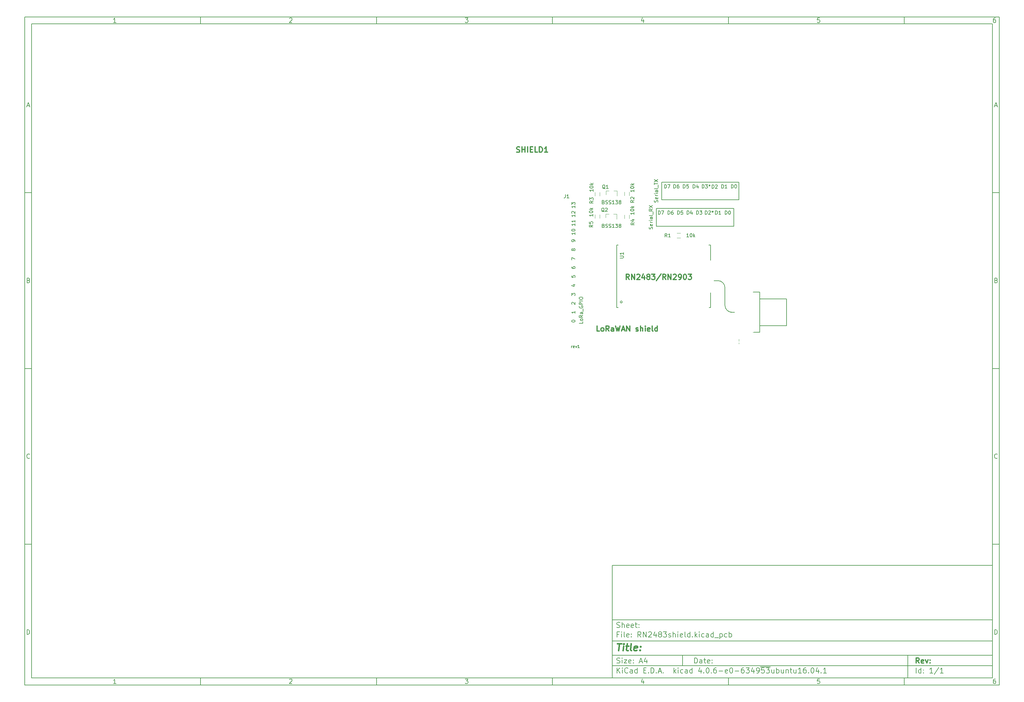
<source format=gto>
%TF.GenerationSoftware,KiCad,Pcbnew,4.0.6-e0-6349~53~ubuntu16.04.1*%
%TF.CreationDate,2017-06-05T20:25:56+01:00*%
%TF.ProjectId,RN2483shield,524E32343833736869656C642E6B6963,rev?*%
%TF.FileFunction,Legend,Top*%
%FSLAX46Y46*%
G04 Gerber Fmt 4.6, Leading zero omitted, Abs format (unit mm)*
G04 Created by KiCad (PCBNEW 4.0.6-e0-6349~53~ubuntu16.04.1) date Mon Jun  5 20:25:56 2017*
%MOMM*%
%LPD*%
G01*
G04 APERTURE LIST*
%ADD10C,0.100000*%
%ADD11C,0.150000*%
%ADD12C,0.300000*%
%ADD13C,0.400000*%
%ADD14C,0.200000*%
%ADD15C,0.120000*%
%ADD16C,0.304800*%
%ADD17R,1.416000X1.924000*%
%ADD18R,1.924000X1.416000*%
%ADD19R,2.400000X1.400000*%
%ADD20R,2.150000X2.050000*%
%ADD21C,2.150000*%
%ADD22R,1.200000X1.300000*%
%ADD23R,1.600000X1.300000*%
%ADD24R,1.300000X1.600000*%
%ADD25O,1.924000X2.940000*%
%ADD26C,3.575000*%
%ADD27C,1.400000*%
%ADD28R,5.480000X2.686000*%
%ADD29C,1.924000*%
G04 APERTURE END LIST*
D10*
D11*
X177002200Y-166007200D02*
X177002200Y-198007200D01*
X285002200Y-198007200D01*
X285002200Y-166007200D01*
X177002200Y-166007200D01*
D10*
D11*
X10000000Y-10000000D02*
X10000000Y-200007200D01*
X287002200Y-200007200D01*
X287002200Y-10000000D01*
X10000000Y-10000000D01*
D10*
D11*
X12000000Y-12000000D02*
X12000000Y-198007200D01*
X285002200Y-198007200D01*
X285002200Y-12000000D01*
X12000000Y-12000000D01*
D10*
D11*
X60000000Y-12000000D02*
X60000000Y-10000000D01*
D10*
D11*
X110000000Y-12000000D02*
X110000000Y-10000000D01*
D10*
D11*
X160000000Y-12000000D02*
X160000000Y-10000000D01*
D10*
D11*
X210000000Y-12000000D02*
X210000000Y-10000000D01*
D10*
D11*
X260000000Y-12000000D02*
X260000000Y-10000000D01*
D10*
D11*
X35990476Y-11588095D02*
X35247619Y-11588095D01*
X35619048Y-11588095D02*
X35619048Y-10288095D01*
X35495238Y-10473810D01*
X35371429Y-10597619D01*
X35247619Y-10659524D01*
D10*
D11*
X85247619Y-10411905D02*
X85309524Y-10350000D01*
X85433333Y-10288095D01*
X85742857Y-10288095D01*
X85866667Y-10350000D01*
X85928571Y-10411905D01*
X85990476Y-10535714D01*
X85990476Y-10659524D01*
X85928571Y-10845238D01*
X85185714Y-11588095D01*
X85990476Y-11588095D01*
D10*
D11*
X135185714Y-10288095D02*
X135990476Y-10288095D01*
X135557143Y-10783333D01*
X135742857Y-10783333D01*
X135866667Y-10845238D01*
X135928571Y-10907143D01*
X135990476Y-11030952D01*
X135990476Y-11340476D01*
X135928571Y-11464286D01*
X135866667Y-11526190D01*
X135742857Y-11588095D01*
X135371429Y-11588095D01*
X135247619Y-11526190D01*
X135185714Y-11464286D01*
D10*
D11*
X185866667Y-10721429D02*
X185866667Y-11588095D01*
X185557143Y-10226190D02*
X185247619Y-11154762D01*
X186052381Y-11154762D01*
D10*
D11*
X235928571Y-10288095D02*
X235309524Y-10288095D01*
X235247619Y-10907143D01*
X235309524Y-10845238D01*
X235433333Y-10783333D01*
X235742857Y-10783333D01*
X235866667Y-10845238D01*
X235928571Y-10907143D01*
X235990476Y-11030952D01*
X235990476Y-11340476D01*
X235928571Y-11464286D01*
X235866667Y-11526190D01*
X235742857Y-11588095D01*
X235433333Y-11588095D01*
X235309524Y-11526190D01*
X235247619Y-11464286D01*
D10*
D11*
X285866667Y-10288095D02*
X285619048Y-10288095D01*
X285495238Y-10350000D01*
X285433333Y-10411905D01*
X285309524Y-10597619D01*
X285247619Y-10845238D01*
X285247619Y-11340476D01*
X285309524Y-11464286D01*
X285371429Y-11526190D01*
X285495238Y-11588095D01*
X285742857Y-11588095D01*
X285866667Y-11526190D01*
X285928571Y-11464286D01*
X285990476Y-11340476D01*
X285990476Y-11030952D01*
X285928571Y-10907143D01*
X285866667Y-10845238D01*
X285742857Y-10783333D01*
X285495238Y-10783333D01*
X285371429Y-10845238D01*
X285309524Y-10907143D01*
X285247619Y-11030952D01*
D10*
D11*
X60000000Y-198007200D02*
X60000000Y-200007200D01*
D10*
D11*
X110000000Y-198007200D02*
X110000000Y-200007200D01*
D10*
D11*
X160000000Y-198007200D02*
X160000000Y-200007200D01*
D10*
D11*
X210000000Y-198007200D02*
X210000000Y-200007200D01*
D10*
D11*
X260000000Y-198007200D02*
X260000000Y-200007200D01*
D10*
D11*
X35990476Y-199595295D02*
X35247619Y-199595295D01*
X35619048Y-199595295D02*
X35619048Y-198295295D01*
X35495238Y-198481010D01*
X35371429Y-198604819D01*
X35247619Y-198666724D01*
D10*
D11*
X85247619Y-198419105D02*
X85309524Y-198357200D01*
X85433333Y-198295295D01*
X85742857Y-198295295D01*
X85866667Y-198357200D01*
X85928571Y-198419105D01*
X85990476Y-198542914D01*
X85990476Y-198666724D01*
X85928571Y-198852438D01*
X85185714Y-199595295D01*
X85990476Y-199595295D01*
D10*
D11*
X135185714Y-198295295D02*
X135990476Y-198295295D01*
X135557143Y-198790533D01*
X135742857Y-198790533D01*
X135866667Y-198852438D01*
X135928571Y-198914343D01*
X135990476Y-199038152D01*
X135990476Y-199347676D01*
X135928571Y-199471486D01*
X135866667Y-199533390D01*
X135742857Y-199595295D01*
X135371429Y-199595295D01*
X135247619Y-199533390D01*
X135185714Y-199471486D01*
D10*
D11*
X185866667Y-198728629D02*
X185866667Y-199595295D01*
X185557143Y-198233390D02*
X185247619Y-199161962D01*
X186052381Y-199161962D01*
D10*
D11*
X235928571Y-198295295D02*
X235309524Y-198295295D01*
X235247619Y-198914343D01*
X235309524Y-198852438D01*
X235433333Y-198790533D01*
X235742857Y-198790533D01*
X235866667Y-198852438D01*
X235928571Y-198914343D01*
X235990476Y-199038152D01*
X235990476Y-199347676D01*
X235928571Y-199471486D01*
X235866667Y-199533390D01*
X235742857Y-199595295D01*
X235433333Y-199595295D01*
X235309524Y-199533390D01*
X235247619Y-199471486D01*
D10*
D11*
X285866667Y-198295295D02*
X285619048Y-198295295D01*
X285495238Y-198357200D01*
X285433333Y-198419105D01*
X285309524Y-198604819D01*
X285247619Y-198852438D01*
X285247619Y-199347676D01*
X285309524Y-199471486D01*
X285371429Y-199533390D01*
X285495238Y-199595295D01*
X285742857Y-199595295D01*
X285866667Y-199533390D01*
X285928571Y-199471486D01*
X285990476Y-199347676D01*
X285990476Y-199038152D01*
X285928571Y-198914343D01*
X285866667Y-198852438D01*
X285742857Y-198790533D01*
X285495238Y-198790533D01*
X285371429Y-198852438D01*
X285309524Y-198914343D01*
X285247619Y-199038152D01*
D10*
D11*
X10000000Y-60000000D02*
X12000000Y-60000000D01*
D10*
D11*
X10000000Y-110000000D02*
X12000000Y-110000000D01*
D10*
D11*
X10000000Y-160000000D02*
X12000000Y-160000000D01*
D10*
D11*
X10690476Y-35216667D02*
X11309524Y-35216667D01*
X10566667Y-35588095D02*
X11000000Y-34288095D01*
X11433333Y-35588095D01*
D10*
D11*
X11092857Y-84907143D02*
X11278571Y-84969048D01*
X11340476Y-85030952D01*
X11402381Y-85154762D01*
X11402381Y-85340476D01*
X11340476Y-85464286D01*
X11278571Y-85526190D01*
X11154762Y-85588095D01*
X10659524Y-85588095D01*
X10659524Y-84288095D01*
X11092857Y-84288095D01*
X11216667Y-84350000D01*
X11278571Y-84411905D01*
X11340476Y-84535714D01*
X11340476Y-84659524D01*
X11278571Y-84783333D01*
X11216667Y-84845238D01*
X11092857Y-84907143D01*
X10659524Y-84907143D01*
D10*
D11*
X11402381Y-135464286D02*
X11340476Y-135526190D01*
X11154762Y-135588095D01*
X11030952Y-135588095D01*
X10845238Y-135526190D01*
X10721429Y-135402381D01*
X10659524Y-135278571D01*
X10597619Y-135030952D01*
X10597619Y-134845238D01*
X10659524Y-134597619D01*
X10721429Y-134473810D01*
X10845238Y-134350000D01*
X11030952Y-134288095D01*
X11154762Y-134288095D01*
X11340476Y-134350000D01*
X11402381Y-134411905D01*
D10*
D11*
X10659524Y-185588095D02*
X10659524Y-184288095D01*
X10969048Y-184288095D01*
X11154762Y-184350000D01*
X11278571Y-184473810D01*
X11340476Y-184597619D01*
X11402381Y-184845238D01*
X11402381Y-185030952D01*
X11340476Y-185278571D01*
X11278571Y-185402381D01*
X11154762Y-185526190D01*
X10969048Y-185588095D01*
X10659524Y-185588095D01*
D10*
D11*
X287002200Y-60000000D02*
X285002200Y-60000000D01*
D10*
D11*
X287002200Y-110000000D02*
X285002200Y-110000000D01*
D10*
D11*
X287002200Y-160000000D02*
X285002200Y-160000000D01*
D10*
D11*
X285692676Y-35216667D02*
X286311724Y-35216667D01*
X285568867Y-35588095D02*
X286002200Y-34288095D01*
X286435533Y-35588095D01*
D10*
D11*
X286095057Y-84907143D02*
X286280771Y-84969048D01*
X286342676Y-85030952D01*
X286404581Y-85154762D01*
X286404581Y-85340476D01*
X286342676Y-85464286D01*
X286280771Y-85526190D01*
X286156962Y-85588095D01*
X285661724Y-85588095D01*
X285661724Y-84288095D01*
X286095057Y-84288095D01*
X286218867Y-84350000D01*
X286280771Y-84411905D01*
X286342676Y-84535714D01*
X286342676Y-84659524D01*
X286280771Y-84783333D01*
X286218867Y-84845238D01*
X286095057Y-84907143D01*
X285661724Y-84907143D01*
D10*
D11*
X286404581Y-135464286D02*
X286342676Y-135526190D01*
X286156962Y-135588095D01*
X286033152Y-135588095D01*
X285847438Y-135526190D01*
X285723629Y-135402381D01*
X285661724Y-135278571D01*
X285599819Y-135030952D01*
X285599819Y-134845238D01*
X285661724Y-134597619D01*
X285723629Y-134473810D01*
X285847438Y-134350000D01*
X286033152Y-134288095D01*
X286156962Y-134288095D01*
X286342676Y-134350000D01*
X286404581Y-134411905D01*
D10*
D11*
X285661724Y-185588095D02*
X285661724Y-184288095D01*
X285971248Y-184288095D01*
X286156962Y-184350000D01*
X286280771Y-184473810D01*
X286342676Y-184597619D01*
X286404581Y-184845238D01*
X286404581Y-185030952D01*
X286342676Y-185278571D01*
X286280771Y-185402381D01*
X286156962Y-185526190D01*
X285971248Y-185588095D01*
X285661724Y-185588095D01*
D10*
D11*
X200359343Y-193785771D02*
X200359343Y-192285771D01*
X200716486Y-192285771D01*
X200930771Y-192357200D01*
X201073629Y-192500057D01*
X201145057Y-192642914D01*
X201216486Y-192928629D01*
X201216486Y-193142914D01*
X201145057Y-193428629D01*
X201073629Y-193571486D01*
X200930771Y-193714343D01*
X200716486Y-193785771D01*
X200359343Y-193785771D01*
X202502200Y-193785771D02*
X202502200Y-193000057D01*
X202430771Y-192857200D01*
X202287914Y-192785771D01*
X202002200Y-192785771D01*
X201859343Y-192857200D01*
X202502200Y-193714343D02*
X202359343Y-193785771D01*
X202002200Y-193785771D01*
X201859343Y-193714343D01*
X201787914Y-193571486D01*
X201787914Y-193428629D01*
X201859343Y-193285771D01*
X202002200Y-193214343D01*
X202359343Y-193214343D01*
X202502200Y-193142914D01*
X203002200Y-192785771D02*
X203573629Y-192785771D01*
X203216486Y-192285771D02*
X203216486Y-193571486D01*
X203287914Y-193714343D01*
X203430772Y-193785771D01*
X203573629Y-193785771D01*
X204645057Y-193714343D02*
X204502200Y-193785771D01*
X204216486Y-193785771D01*
X204073629Y-193714343D01*
X204002200Y-193571486D01*
X204002200Y-193000057D01*
X204073629Y-192857200D01*
X204216486Y-192785771D01*
X204502200Y-192785771D01*
X204645057Y-192857200D01*
X204716486Y-193000057D01*
X204716486Y-193142914D01*
X204002200Y-193285771D01*
X205359343Y-193642914D02*
X205430771Y-193714343D01*
X205359343Y-193785771D01*
X205287914Y-193714343D01*
X205359343Y-193642914D01*
X205359343Y-193785771D01*
X205359343Y-192857200D02*
X205430771Y-192928629D01*
X205359343Y-193000057D01*
X205287914Y-192928629D01*
X205359343Y-192857200D01*
X205359343Y-193000057D01*
D10*
D11*
X177002200Y-194507200D02*
X285002200Y-194507200D01*
D10*
D11*
X178359343Y-196585771D02*
X178359343Y-195085771D01*
X179216486Y-196585771D02*
X178573629Y-195728629D01*
X179216486Y-195085771D02*
X178359343Y-195942914D01*
X179859343Y-196585771D02*
X179859343Y-195585771D01*
X179859343Y-195085771D02*
X179787914Y-195157200D01*
X179859343Y-195228629D01*
X179930771Y-195157200D01*
X179859343Y-195085771D01*
X179859343Y-195228629D01*
X181430772Y-196442914D02*
X181359343Y-196514343D01*
X181145057Y-196585771D01*
X181002200Y-196585771D01*
X180787915Y-196514343D01*
X180645057Y-196371486D01*
X180573629Y-196228629D01*
X180502200Y-195942914D01*
X180502200Y-195728629D01*
X180573629Y-195442914D01*
X180645057Y-195300057D01*
X180787915Y-195157200D01*
X181002200Y-195085771D01*
X181145057Y-195085771D01*
X181359343Y-195157200D01*
X181430772Y-195228629D01*
X182716486Y-196585771D02*
X182716486Y-195800057D01*
X182645057Y-195657200D01*
X182502200Y-195585771D01*
X182216486Y-195585771D01*
X182073629Y-195657200D01*
X182716486Y-196514343D02*
X182573629Y-196585771D01*
X182216486Y-196585771D01*
X182073629Y-196514343D01*
X182002200Y-196371486D01*
X182002200Y-196228629D01*
X182073629Y-196085771D01*
X182216486Y-196014343D01*
X182573629Y-196014343D01*
X182716486Y-195942914D01*
X184073629Y-196585771D02*
X184073629Y-195085771D01*
X184073629Y-196514343D02*
X183930772Y-196585771D01*
X183645058Y-196585771D01*
X183502200Y-196514343D01*
X183430772Y-196442914D01*
X183359343Y-196300057D01*
X183359343Y-195871486D01*
X183430772Y-195728629D01*
X183502200Y-195657200D01*
X183645058Y-195585771D01*
X183930772Y-195585771D01*
X184073629Y-195657200D01*
X185930772Y-195800057D02*
X186430772Y-195800057D01*
X186645058Y-196585771D02*
X185930772Y-196585771D01*
X185930772Y-195085771D01*
X186645058Y-195085771D01*
X187287915Y-196442914D02*
X187359343Y-196514343D01*
X187287915Y-196585771D01*
X187216486Y-196514343D01*
X187287915Y-196442914D01*
X187287915Y-196585771D01*
X188002201Y-196585771D02*
X188002201Y-195085771D01*
X188359344Y-195085771D01*
X188573629Y-195157200D01*
X188716487Y-195300057D01*
X188787915Y-195442914D01*
X188859344Y-195728629D01*
X188859344Y-195942914D01*
X188787915Y-196228629D01*
X188716487Y-196371486D01*
X188573629Y-196514343D01*
X188359344Y-196585771D01*
X188002201Y-196585771D01*
X189502201Y-196442914D02*
X189573629Y-196514343D01*
X189502201Y-196585771D01*
X189430772Y-196514343D01*
X189502201Y-196442914D01*
X189502201Y-196585771D01*
X190145058Y-196157200D02*
X190859344Y-196157200D01*
X190002201Y-196585771D02*
X190502201Y-195085771D01*
X191002201Y-196585771D01*
X191502201Y-196442914D02*
X191573629Y-196514343D01*
X191502201Y-196585771D01*
X191430772Y-196514343D01*
X191502201Y-196442914D01*
X191502201Y-196585771D01*
X194502201Y-196585771D02*
X194502201Y-195085771D01*
X194645058Y-196014343D02*
X195073629Y-196585771D01*
X195073629Y-195585771D02*
X194502201Y-196157200D01*
X195716487Y-196585771D02*
X195716487Y-195585771D01*
X195716487Y-195085771D02*
X195645058Y-195157200D01*
X195716487Y-195228629D01*
X195787915Y-195157200D01*
X195716487Y-195085771D01*
X195716487Y-195228629D01*
X197073630Y-196514343D02*
X196930773Y-196585771D01*
X196645059Y-196585771D01*
X196502201Y-196514343D01*
X196430773Y-196442914D01*
X196359344Y-196300057D01*
X196359344Y-195871486D01*
X196430773Y-195728629D01*
X196502201Y-195657200D01*
X196645059Y-195585771D01*
X196930773Y-195585771D01*
X197073630Y-195657200D01*
X198359344Y-196585771D02*
X198359344Y-195800057D01*
X198287915Y-195657200D01*
X198145058Y-195585771D01*
X197859344Y-195585771D01*
X197716487Y-195657200D01*
X198359344Y-196514343D02*
X198216487Y-196585771D01*
X197859344Y-196585771D01*
X197716487Y-196514343D01*
X197645058Y-196371486D01*
X197645058Y-196228629D01*
X197716487Y-196085771D01*
X197859344Y-196014343D01*
X198216487Y-196014343D01*
X198359344Y-195942914D01*
X199716487Y-196585771D02*
X199716487Y-195085771D01*
X199716487Y-196514343D02*
X199573630Y-196585771D01*
X199287916Y-196585771D01*
X199145058Y-196514343D01*
X199073630Y-196442914D01*
X199002201Y-196300057D01*
X199002201Y-195871486D01*
X199073630Y-195728629D01*
X199145058Y-195657200D01*
X199287916Y-195585771D01*
X199573630Y-195585771D01*
X199716487Y-195657200D01*
X202216487Y-195585771D02*
X202216487Y-196585771D01*
X201859344Y-195014343D02*
X201502201Y-196085771D01*
X202430773Y-196085771D01*
X203002201Y-196442914D02*
X203073629Y-196514343D01*
X203002201Y-196585771D01*
X202930772Y-196514343D01*
X203002201Y-196442914D01*
X203002201Y-196585771D01*
X204002201Y-195085771D02*
X204145058Y-195085771D01*
X204287915Y-195157200D01*
X204359344Y-195228629D01*
X204430773Y-195371486D01*
X204502201Y-195657200D01*
X204502201Y-196014343D01*
X204430773Y-196300057D01*
X204359344Y-196442914D01*
X204287915Y-196514343D01*
X204145058Y-196585771D01*
X204002201Y-196585771D01*
X203859344Y-196514343D01*
X203787915Y-196442914D01*
X203716487Y-196300057D01*
X203645058Y-196014343D01*
X203645058Y-195657200D01*
X203716487Y-195371486D01*
X203787915Y-195228629D01*
X203859344Y-195157200D01*
X204002201Y-195085771D01*
X205145058Y-196442914D02*
X205216486Y-196514343D01*
X205145058Y-196585771D01*
X205073629Y-196514343D01*
X205145058Y-196442914D01*
X205145058Y-196585771D01*
X206502201Y-195085771D02*
X206216487Y-195085771D01*
X206073630Y-195157200D01*
X206002201Y-195228629D01*
X205859344Y-195442914D01*
X205787915Y-195728629D01*
X205787915Y-196300057D01*
X205859344Y-196442914D01*
X205930772Y-196514343D01*
X206073630Y-196585771D01*
X206359344Y-196585771D01*
X206502201Y-196514343D01*
X206573630Y-196442914D01*
X206645058Y-196300057D01*
X206645058Y-195942914D01*
X206573630Y-195800057D01*
X206502201Y-195728629D01*
X206359344Y-195657200D01*
X206073630Y-195657200D01*
X205930772Y-195728629D01*
X205859344Y-195800057D01*
X205787915Y-195942914D01*
X207287915Y-196014343D02*
X208430772Y-196014343D01*
X209716486Y-196514343D02*
X209573629Y-196585771D01*
X209287915Y-196585771D01*
X209145058Y-196514343D01*
X209073629Y-196371486D01*
X209073629Y-195800057D01*
X209145058Y-195657200D01*
X209287915Y-195585771D01*
X209573629Y-195585771D01*
X209716486Y-195657200D01*
X209787915Y-195800057D01*
X209787915Y-195942914D01*
X209073629Y-196085771D01*
X210716486Y-195085771D02*
X210859343Y-195085771D01*
X211002200Y-195157200D01*
X211073629Y-195228629D01*
X211145058Y-195371486D01*
X211216486Y-195657200D01*
X211216486Y-196014343D01*
X211145058Y-196300057D01*
X211073629Y-196442914D01*
X211002200Y-196514343D01*
X210859343Y-196585771D01*
X210716486Y-196585771D01*
X210573629Y-196514343D01*
X210502200Y-196442914D01*
X210430772Y-196300057D01*
X210359343Y-196014343D01*
X210359343Y-195657200D01*
X210430772Y-195371486D01*
X210502200Y-195228629D01*
X210573629Y-195157200D01*
X210716486Y-195085771D01*
X211859343Y-196014343D02*
X213002200Y-196014343D01*
X214359343Y-195085771D02*
X214073629Y-195085771D01*
X213930772Y-195157200D01*
X213859343Y-195228629D01*
X213716486Y-195442914D01*
X213645057Y-195728629D01*
X213645057Y-196300057D01*
X213716486Y-196442914D01*
X213787914Y-196514343D01*
X213930772Y-196585771D01*
X214216486Y-196585771D01*
X214359343Y-196514343D01*
X214430772Y-196442914D01*
X214502200Y-196300057D01*
X214502200Y-195942914D01*
X214430772Y-195800057D01*
X214359343Y-195728629D01*
X214216486Y-195657200D01*
X213930772Y-195657200D01*
X213787914Y-195728629D01*
X213716486Y-195800057D01*
X213645057Y-195942914D01*
X215002200Y-195085771D02*
X215930771Y-195085771D01*
X215430771Y-195657200D01*
X215645057Y-195657200D01*
X215787914Y-195728629D01*
X215859343Y-195800057D01*
X215930771Y-195942914D01*
X215930771Y-196300057D01*
X215859343Y-196442914D01*
X215787914Y-196514343D01*
X215645057Y-196585771D01*
X215216485Y-196585771D01*
X215073628Y-196514343D01*
X215002200Y-196442914D01*
X217216485Y-195585771D02*
X217216485Y-196585771D01*
X216859342Y-195014343D02*
X216502199Y-196085771D01*
X217430771Y-196085771D01*
X218073627Y-196585771D02*
X218359342Y-196585771D01*
X218502199Y-196514343D01*
X218573627Y-196442914D01*
X218716485Y-196228629D01*
X218787913Y-195942914D01*
X218787913Y-195371486D01*
X218716485Y-195228629D01*
X218645056Y-195157200D01*
X218502199Y-195085771D01*
X218216485Y-195085771D01*
X218073627Y-195157200D01*
X218002199Y-195228629D01*
X217930770Y-195371486D01*
X217930770Y-195728629D01*
X218002199Y-195871486D01*
X218073627Y-195942914D01*
X218216485Y-196014343D01*
X218502199Y-196014343D01*
X218645056Y-195942914D01*
X218716485Y-195871486D01*
X218787913Y-195728629D01*
X220145056Y-195085771D02*
X219430770Y-195085771D01*
X219359341Y-195800057D01*
X219430770Y-195728629D01*
X219573627Y-195657200D01*
X219930770Y-195657200D01*
X220073627Y-195728629D01*
X220145056Y-195800057D01*
X220216484Y-195942914D01*
X220216484Y-196300057D01*
X220145056Y-196442914D01*
X220073627Y-196514343D01*
X219930770Y-196585771D01*
X219573627Y-196585771D01*
X219430770Y-196514343D01*
X219359341Y-196442914D01*
X220716484Y-195085771D02*
X221645055Y-195085771D01*
X221145055Y-195657200D01*
X221359341Y-195657200D01*
X221502198Y-195728629D01*
X221573627Y-195800057D01*
X221645055Y-195942914D01*
X221645055Y-196300057D01*
X221573627Y-196442914D01*
X221502198Y-196514343D01*
X221359341Y-196585771D01*
X220930769Y-196585771D01*
X220787912Y-196514343D01*
X220716484Y-196442914D01*
X219073627Y-194827200D02*
X221930769Y-194827200D01*
X222930769Y-195585771D02*
X222930769Y-196585771D01*
X222287912Y-195585771D02*
X222287912Y-196371486D01*
X222359340Y-196514343D01*
X222502198Y-196585771D01*
X222716483Y-196585771D01*
X222859340Y-196514343D01*
X222930769Y-196442914D01*
X223645055Y-196585771D02*
X223645055Y-195085771D01*
X223645055Y-195657200D02*
X223787912Y-195585771D01*
X224073626Y-195585771D01*
X224216483Y-195657200D01*
X224287912Y-195728629D01*
X224359341Y-195871486D01*
X224359341Y-196300057D01*
X224287912Y-196442914D01*
X224216483Y-196514343D01*
X224073626Y-196585771D01*
X223787912Y-196585771D01*
X223645055Y-196514343D01*
X225645055Y-195585771D02*
X225645055Y-196585771D01*
X225002198Y-195585771D02*
X225002198Y-196371486D01*
X225073626Y-196514343D01*
X225216484Y-196585771D01*
X225430769Y-196585771D01*
X225573626Y-196514343D01*
X225645055Y-196442914D01*
X226359341Y-195585771D02*
X226359341Y-196585771D01*
X226359341Y-195728629D02*
X226430769Y-195657200D01*
X226573627Y-195585771D01*
X226787912Y-195585771D01*
X226930769Y-195657200D01*
X227002198Y-195800057D01*
X227002198Y-196585771D01*
X227502198Y-195585771D02*
X228073627Y-195585771D01*
X227716484Y-195085771D02*
X227716484Y-196371486D01*
X227787912Y-196514343D01*
X227930770Y-196585771D01*
X228073627Y-196585771D01*
X229216484Y-195585771D02*
X229216484Y-196585771D01*
X228573627Y-195585771D02*
X228573627Y-196371486D01*
X228645055Y-196514343D01*
X228787913Y-196585771D01*
X229002198Y-196585771D01*
X229145055Y-196514343D01*
X229216484Y-196442914D01*
X230716484Y-196585771D02*
X229859341Y-196585771D01*
X230287913Y-196585771D02*
X230287913Y-195085771D01*
X230145056Y-195300057D01*
X230002198Y-195442914D01*
X229859341Y-195514343D01*
X232002198Y-195085771D02*
X231716484Y-195085771D01*
X231573627Y-195157200D01*
X231502198Y-195228629D01*
X231359341Y-195442914D01*
X231287912Y-195728629D01*
X231287912Y-196300057D01*
X231359341Y-196442914D01*
X231430769Y-196514343D01*
X231573627Y-196585771D01*
X231859341Y-196585771D01*
X232002198Y-196514343D01*
X232073627Y-196442914D01*
X232145055Y-196300057D01*
X232145055Y-195942914D01*
X232073627Y-195800057D01*
X232002198Y-195728629D01*
X231859341Y-195657200D01*
X231573627Y-195657200D01*
X231430769Y-195728629D01*
X231359341Y-195800057D01*
X231287912Y-195942914D01*
X232787912Y-196442914D02*
X232859340Y-196514343D01*
X232787912Y-196585771D01*
X232716483Y-196514343D01*
X232787912Y-196442914D01*
X232787912Y-196585771D01*
X233787912Y-195085771D02*
X233930769Y-195085771D01*
X234073626Y-195157200D01*
X234145055Y-195228629D01*
X234216484Y-195371486D01*
X234287912Y-195657200D01*
X234287912Y-196014343D01*
X234216484Y-196300057D01*
X234145055Y-196442914D01*
X234073626Y-196514343D01*
X233930769Y-196585771D01*
X233787912Y-196585771D01*
X233645055Y-196514343D01*
X233573626Y-196442914D01*
X233502198Y-196300057D01*
X233430769Y-196014343D01*
X233430769Y-195657200D01*
X233502198Y-195371486D01*
X233573626Y-195228629D01*
X233645055Y-195157200D01*
X233787912Y-195085771D01*
X235573626Y-195585771D02*
X235573626Y-196585771D01*
X235216483Y-195014343D02*
X234859340Y-196085771D01*
X235787912Y-196085771D01*
X236359340Y-196442914D02*
X236430768Y-196514343D01*
X236359340Y-196585771D01*
X236287911Y-196514343D01*
X236359340Y-196442914D01*
X236359340Y-196585771D01*
X237859340Y-196585771D02*
X237002197Y-196585771D01*
X237430769Y-196585771D02*
X237430769Y-195085771D01*
X237287912Y-195300057D01*
X237145054Y-195442914D01*
X237002197Y-195514343D01*
D10*
D11*
X177002200Y-191507200D02*
X285002200Y-191507200D01*
D10*
D12*
X264216486Y-193785771D02*
X263716486Y-193071486D01*
X263359343Y-193785771D02*
X263359343Y-192285771D01*
X263930771Y-192285771D01*
X264073629Y-192357200D01*
X264145057Y-192428629D01*
X264216486Y-192571486D01*
X264216486Y-192785771D01*
X264145057Y-192928629D01*
X264073629Y-193000057D01*
X263930771Y-193071486D01*
X263359343Y-193071486D01*
X265430771Y-193714343D02*
X265287914Y-193785771D01*
X265002200Y-193785771D01*
X264859343Y-193714343D01*
X264787914Y-193571486D01*
X264787914Y-193000057D01*
X264859343Y-192857200D01*
X265002200Y-192785771D01*
X265287914Y-192785771D01*
X265430771Y-192857200D01*
X265502200Y-193000057D01*
X265502200Y-193142914D01*
X264787914Y-193285771D01*
X266002200Y-192785771D02*
X266359343Y-193785771D01*
X266716485Y-192785771D01*
X267287914Y-193642914D02*
X267359342Y-193714343D01*
X267287914Y-193785771D01*
X267216485Y-193714343D01*
X267287914Y-193642914D01*
X267287914Y-193785771D01*
X267287914Y-192857200D02*
X267359342Y-192928629D01*
X267287914Y-193000057D01*
X267216485Y-192928629D01*
X267287914Y-192857200D01*
X267287914Y-193000057D01*
D10*
D11*
X178287914Y-193714343D02*
X178502200Y-193785771D01*
X178859343Y-193785771D01*
X179002200Y-193714343D01*
X179073629Y-193642914D01*
X179145057Y-193500057D01*
X179145057Y-193357200D01*
X179073629Y-193214343D01*
X179002200Y-193142914D01*
X178859343Y-193071486D01*
X178573629Y-193000057D01*
X178430771Y-192928629D01*
X178359343Y-192857200D01*
X178287914Y-192714343D01*
X178287914Y-192571486D01*
X178359343Y-192428629D01*
X178430771Y-192357200D01*
X178573629Y-192285771D01*
X178930771Y-192285771D01*
X179145057Y-192357200D01*
X179787914Y-193785771D02*
X179787914Y-192785771D01*
X179787914Y-192285771D02*
X179716485Y-192357200D01*
X179787914Y-192428629D01*
X179859342Y-192357200D01*
X179787914Y-192285771D01*
X179787914Y-192428629D01*
X180359343Y-192785771D02*
X181145057Y-192785771D01*
X180359343Y-193785771D01*
X181145057Y-193785771D01*
X182287914Y-193714343D02*
X182145057Y-193785771D01*
X181859343Y-193785771D01*
X181716486Y-193714343D01*
X181645057Y-193571486D01*
X181645057Y-193000057D01*
X181716486Y-192857200D01*
X181859343Y-192785771D01*
X182145057Y-192785771D01*
X182287914Y-192857200D01*
X182359343Y-193000057D01*
X182359343Y-193142914D01*
X181645057Y-193285771D01*
X183002200Y-193642914D02*
X183073628Y-193714343D01*
X183002200Y-193785771D01*
X182930771Y-193714343D01*
X183002200Y-193642914D01*
X183002200Y-193785771D01*
X183002200Y-192857200D02*
X183073628Y-192928629D01*
X183002200Y-193000057D01*
X182930771Y-192928629D01*
X183002200Y-192857200D01*
X183002200Y-193000057D01*
X184787914Y-193357200D02*
X185502200Y-193357200D01*
X184645057Y-193785771D02*
X185145057Y-192285771D01*
X185645057Y-193785771D01*
X186787914Y-192785771D02*
X186787914Y-193785771D01*
X186430771Y-192214343D02*
X186073628Y-193285771D01*
X187002200Y-193285771D01*
D10*
D11*
X263359343Y-196585771D02*
X263359343Y-195085771D01*
X264716486Y-196585771D02*
X264716486Y-195085771D01*
X264716486Y-196514343D02*
X264573629Y-196585771D01*
X264287915Y-196585771D01*
X264145057Y-196514343D01*
X264073629Y-196442914D01*
X264002200Y-196300057D01*
X264002200Y-195871486D01*
X264073629Y-195728629D01*
X264145057Y-195657200D01*
X264287915Y-195585771D01*
X264573629Y-195585771D01*
X264716486Y-195657200D01*
X265430772Y-196442914D02*
X265502200Y-196514343D01*
X265430772Y-196585771D01*
X265359343Y-196514343D01*
X265430772Y-196442914D01*
X265430772Y-196585771D01*
X265430772Y-195657200D02*
X265502200Y-195728629D01*
X265430772Y-195800057D01*
X265359343Y-195728629D01*
X265430772Y-195657200D01*
X265430772Y-195800057D01*
X268073629Y-196585771D02*
X267216486Y-196585771D01*
X267645058Y-196585771D02*
X267645058Y-195085771D01*
X267502201Y-195300057D01*
X267359343Y-195442914D01*
X267216486Y-195514343D01*
X269787914Y-195014343D02*
X268502200Y-196942914D01*
X271073629Y-196585771D02*
X270216486Y-196585771D01*
X270645058Y-196585771D02*
X270645058Y-195085771D01*
X270502201Y-195300057D01*
X270359343Y-195442914D01*
X270216486Y-195514343D01*
D10*
D11*
X177002200Y-187507200D02*
X285002200Y-187507200D01*
D10*
D13*
X178454581Y-188211962D02*
X179597438Y-188211962D01*
X178776010Y-190211962D02*
X179026010Y-188211962D01*
X180014105Y-190211962D02*
X180180771Y-188878629D01*
X180264105Y-188211962D02*
X180156962Y-188307200D01*
X180240295Y-188402438D01*
X180347439Y-188307200D01*
X180264105Y-188211962D01*
X180240295Y-188402438D01*
X180847438Y-188878629D02*
X181609343Y-188878629D01*
X181216486Y-188211962D02*
X181002200Y-189926248D01*
X181073630Y-190116724D01*
X181252201Y-190211962D01*
X181442677Y-190211962D01*
X182395058Y-190211962D02*
X182216487Y-190116724D01*
X182145057Y-189926248D01*
X182359343Y-188211962D01*
X183930772Y-190116724D02*
X183728391Y-190211962D01*
X183347439Y-190211962D01*
X183168867Y-190116724D01*
X183097438Y-189926248D01*
X183192676Y-189164343D01*
X183311724Y-188973867D01*
X183514105Y-188878629D01*
X183895057Y-188878629D01*
X184073629Y-188973867D01*
X184145057Y-189164343D01*
X184121248Y-189354819D01*
X183145057Y-189545295D01*
X184895057Y-190021486D02*
X184978392Y-190116724D01*
X184871248Y-190211962D01*
X184787915Y-190116724D01*
X184895057Y-190021486D01*
X184871248Y-190211962D01*
X185026010Y-188973867D02*
X185109344Y-189069105D01*
X185002200Y-189164343D01*
X184918867Y-189069105D01*
X185026010Y-188973867D01*
X185002200Y-189164343D01*
D10*
D11*
X178859343Y-185600057D02*
X178359343Y-185600057D01*
X178359343Y-186385771D02*
X178359343Y-184885771D01*
X179073629Y-184885771D01*
X179645057Y-186385771D02*
X179645057Y-185385771D01*
X179645057Y-184885771D02*
X179573628Y-184957200D01*
X179645057Y-185028629D01*
X179716485Y-184957200D01*
X179645057Y-184885771D01*
X179645057Y-185028629D01*
X180573629Y-186385771D02*
X180430771Y-186314343D01*
X180359343Y-186171486D01*
X180359343Y-184885771D01*
X181716485Y-186314343D02*
X181573628Y-186385771D01*
X181287914Y-186385771D01*
X181145057Y-186314343D01*
X181073628Y-186171486D01*
X181073628Y-185600057D01*
X181145057Y-185457200D01*
X181287914Y-185385771D01*
X181573628Y-185385771D01*
X181716485Y-185457200D01*
X181787914Y-185600057D01*
X181787914Y-185742914D01*
X181073628Y-185885771D01*
X182430771Y-186242914D02*
X182502199Y-186314343D01*
X182430771Y-186385771D01*
X182359342Y-186314343D01*
X182430771Y-186242914D01*
X182430771Y-186385771D01*
X182430771Y-185457200D02*
X182502199Y-185528629D01*
X182430771Y-185600057D01*
X182359342Y-185528629D01*
X182430771Y-185457200D01*
X182430771Y-185600057D01*
X185145057Y-186385771D02*
X184645057Y-185671486D01*
X184287914Y-186385771D02*
X184287914Y-184885771D01*
X184859342Y-184885771D01*
X185002200Y-184957200D01*
X185073628Y-185028629D01*
X185145057Y-185171486D01*
X185145057Y-185385771D01*
X185073628Y-185528629D01*
X185002200Y-185600057D01*
X184859342Y-185671486D01*
X184287914Y-185671486D01*
X185787914Y-186385771D02*
X185787914Y-184885771D01*
X186645057Y-186385771D01*
X186645057Y-184885771D01*
X187287914Y-185028629D02*
X187359343Y-184957200D01*
X187502200Y-184885771D01*
X187859343Y-184885771D01*
X188002200Y-184957200D01*
X188073629Y-185028629D01*
X188145057Y-185171486D01*
X188145057Y-185314343D01*
X188073629Y-185528629D01*
X187216486Y-186385771D01*
X188145057Y-186385771D01*
X189430771Y-185385771D02*
X189430771Y-186385771D01*
X189073628Y-184814343D02*
X188716485Y-185885771D01*
X189645057Y-185885771D01*
X190430771Y-185528629D02*
X190287913Y-185457200D01*
X190216485Y-185385771D01*
X190145056Y-185242914D01*
X190145056Y-185171486D01*
X190216485Y-185028629D01*
X190287913Y-184957200D01*
X190430771Y-184885771D01*
X190716485Y-184885771D01*
X190859342Y-184957200D01*
X190930771Y-185028629D01*
X191002199Y-185171486D01*
X191002199Y-185242914D01*
X190930771Y-185385771D01*
X190859342Y-185457200D01*
X190716485Y-185528629D01*
X190430771Y-185528629D01*
X190287913Y-185600057D01*
X190216485Y-185671486D01*
X190145056Y-185814343D01*
X190145056Y-186100057D01*
X190216485Y-186242914D01*
X190287913Y-186314343D01*
X190430771Y-186385771D01*
X190716485Y-186385771D01*
X190859342Y-186314343D01*
X190930771Y-186242914D01*
X191002199Y-186100057D01*
X191002199Y-185814343D01*
X190930771Y-185671486D01*
X190859342Y-185600057D01*
X190716485Y-185528629D01*
X191502199Y-184885771D02*
X192430770Y-184885771D01*
X191930770Y-185457200D01*
X192145056Y-185457200D01*
X192287913Y-185528629D01*
X192359342Y-185600057D01*
X192430770Y-185742914D01*
X192430770Y-186100057D01*
X192359342Y-186242914D01*
X192287913Y-186314343D01*
X192145056Y-186385771D01*
X191716484Y-186385771D01*
X191573627Y-186314343D01*
X191502199Y-186242914D01*
X193002198Y-186314343D02*
X193145055Y-186385771D01*
X193430770Y-186385771D01*
X193573627Y-186314343D01*
X193645055Y-186171486D01*
X193645055Y-186100057D01*
X193573627Y-185957200D01*
X193430770Y-185885771D01*
X193216484Y-185885771D01*
X193073627Y-185814343D01*
X193002198Y-185671486D01*
X193002198Y-185600057D01*
X193073627Y-185457200D01*
X193216484Y-185385771D01*
X193430770Y-185385771D01*
X193573627Y-185457200D01*
X194287913Y-186385771D02*
X194287913Y-184885771D01*
X194930770Y-186385771D02*
X194930770Y-185600057D01*
X194859341Y-185457200D01*
X194716484Y-185385771D01*
X194502199Y-185385771D01*
X194359341Y-185457200D01*
X194287913Y-185528629D01*
X195645056Y-186385771D02*
X195645056Y-185385771D01*
X195645056Y-184885771D02*
X195573627Y-184957200D01*
X195645056Y-185028629D01*
X195716484Y-184957200D01*
X195645056Y-184885771D01*
X195645056Y-185028629D01*
X196930770Y-186314343D02*
X196787913Y-186385771D01*
X196502199Y-186385771D01*
X196359342Y-186314343D01*
X196287913Y-186171486D01*
X196287913Y-185600057D01*
X196359342Y-185457200D01*
X196502199Y-185385771D01*
X196787913Y-185385771D01*
X196930770Y-185457200D01*
X197002199Y-185600057D01*
X197002199Y-185742914D01*
X196287913Y-185885771D01*
X197859342Y-186385771D02*
X197716484Y-186314343D01*
X197645056Y-186171486D01*
X197645056Y-184885771D01*
X199073627Y-186385771D02*
X199073627Y-184885771D01*
X199073627Y-186314343D02*
X198930770Y-186385771D01*
X198645056Y-186385771D01*
X198502198Y-186314343D01*
X198430770Y-186242914D01*
X198359341Y-186100057D01*
X198359341Y-185671486D01*
X198430770Y-185528629D01*
X198502198Y-185457200D01*
X198645056Y-185385771D01*
X198930770Y-185385771D01*
X199073627Y-185457200D01*
X199787913Y-186242914D02*
X199859341Y-186314343D01*
X199787913Y-186385771D01*
X199716484Y-186314343D01*
X199787913Y-186242914D01*
X199787913Y-186385771D01*
X200502199Y-186385771D02*
X200502199Y-184885771D01*
X200645056Y-185814343D02*
X201073627Y-186385771D01*
X201073627Y-185385771D02*
X200502199Y-185957200D01*
X201716485Y-186385771D02*
X201716485Y-185385771D01*
X201716485Y-184885771D02*
X201645056Y-184957200D01*
X201716485Y-185028629D01*
X201787913Y-184957200D01*
X201716485Y-184885771D01*
X201716485Y-185028629D01*
X203073628Y-186314343D02*
X202930771Y-186385771D01*
X202645057Y-186385771D01*
X202502199Y-186314343D01*
X202430771Y-186242914D01*
X202359342Y-186100057D01*
X202359342Y-185671486D01*
X202430771Y-185528629D01*
X202502199Y-185457200D01*
X202645057Y-185385771D01*
X202930771Y-185385771D01*
X203073628Y-185457200D01*
X204359342Y-186385771D02*
X204359342Y-185600057D01*
X204287913Y-185457200D01*
X204145056Y-185385771D01*
X203859342Y-185385771D01*
X203716485Y-185457200D01*
X204359342Y-186314343D02*
X204216485Y-186385771D01*
X203859342Y-186385771D01*
X203716485Y-186314343D01*
X203645056Y-186171486D01*
X203645056Y-186028629D01*
X203716485Y-185885771D01*
X203859342Y-185814343D01*
X204216485Y-185814343D01*
X204359342Y-185742914D01*
X205716485Y-186385771D02*
X205716485Y-184885771D01*
X205716485Y-186314343D02*
X205573628Y-186385771D01*
X205287914Y-186385771D01*
X205145056Y-186314343D01*
X205073628Y-186242914D01*
X205002199Y-186100057D01*
X205002199Y-185671486D01*
X205073628Y-185528629D01*
X205145056Y-185457200D01*
X205287914Y-185385771D01*
X205573628Y-185385771D01*
X205716485Y-185457200D01*
X206073628Y-186528629D02*
X207216485Y-186528629D01*
X207573628Y-185385771D02*
X207573628Y-186885771D01*
X207573628Y-185457200D02*
X207716485Y-185385771D01*
X208002199Y-185385771D01*
X208145056Y-185457200D01*
X208216485Y-185528629D01*
X208287914Y-185671486D01*
X208287914Y-186100057D01*
X208216485Y-186242914D01*
X208145056Y-186314343D01*
X208002199Y-186385771D01*
X207716485Y-186385771D01*
X207573628Y-186314343D01*
X209573628Y-186314343D02*
X209430771Y-186385771D01*
X209145057Y-186385771D01*
X209002199Y-186314343D01*
X208930771Y-186242914D01*
X208859342Y-186100057D01*
X208859342Y-185671486D01*
X208930771Y-185528629D01*
X209002199Y-185457200D01*
X209145057Y-185385771D01*
X209430771Y-185385771D01*
X209573628Y-185457200D01*
X210216485Y-186385771D02*
X210216485Y-184885771D01*
X210216485Y-185457200D02*
X210359342Y-185385771D01*
X210645056Y-185385771D01*
X210787913Y-185457200D01*
X210859342Y-185528629D01*
X210930771Y-185671486D01*
X210930771Y-186100057D01*
X210859342Y-186242914D01*
X210787913Y-186314343D01*
X210645056Y-186385771D01*
X210359342Y-186385771D01*
X210216485Y-186314343D01*
D10*
D11*
X177002200Y-181507200D02*
X285002200Y-181507200D01*
D10*
D11*
X178287914Y-183614343D02*
X178502200Y-183685771D01*
X178859343Y-183685771D01*
X179002200Y-183614343D01*
X179073629Y-183542914D01*
X179145057Y-183400057D01*
X179145057Y-183257200D01*
X179073629Y-183114343D01*
X179002200Y-183042914D01*
X178859343Y-182971486D01*
X178573629Y-182900057D01*
X178430771Y-182828629D01*
X178359343Y-182757200D01*
X178287914Y-182614343D01*
X178287914Y-182471486D01*
X178359343Y-182328629D01*
X178430771Y-182257200D01*
X178573629Y-182185771D01*
X178930771Y-182185771D01*
X179145057Y-182257200D01*
X179787914Y-183685771D02*
X179787914Y-182185771D01*
X180430771Y-183685771D02*
X180430771Y-182900057D01*
X180359342Y-182757200D01*
X180216485Y-182685771D01*
X180002200Y-182685771D01*
X179859342Y-182757200D01*
X179787914Y-182828629D01*
X181716485Y-183614343D02*
X181573628Y-183685771D01*
X181287914Y-183685771D01*
X181145057Y-183614343D01*
X181073628Y-183471486D01*
X181073628Y-182900057D01*
X181145057Y-182757200D01*
X181287914Y-182685771D01*
X181573628Y-182685771D01*
X181716485Y-182757200D01*
X181787914Y-182900057D01*
X181787914Y-183042914D01*
X181073628Y-183185771D01*
X183002199Y-183614343D02*
X182859342Y-183685771D01*
X182573628Y-183685771D01*
X182430771Y-183614343D01*
X182359342Y-183471486D01*
X182359342Y-182900057D01*
X182430771Y-182757200D01*
X182573628Y-182685771D01*
X182859342Y-182685771D01*
X183002199Y-182757200D01*
X183073628Y-182900057D01*
X183073628Y-183042914D01*
X182359342Y-183185771D01*
X183502199Y-182685771D02*
X184073628Y-182685771D01*
X183716485Y-182185771D02*
X183716485Y-183471486D01*
X183787913Y-183614343D01*
X183930771Y-183685771D01*
X184073628Y-183685771D01*
X184573628Y-183542914D02*
X184645056Y-183614343D01*
X184573628Y-183685771D01*
X184502199Y-183614343D01*
X184573628Y-183542914D01*
X184573628Y-183685771D01*
X184573628Y-182757200D02*
X184645056Y-182828629D01*
X184573628Y-182900057D01*
X184502199Y-182828629D01*
X184573628Y-182757200D01*
X184573628Y-182900057D01*
D10*
D11*
X197002200Y-191507200D02*
X197002200Y-194507200D01*
D10*
D11*
X261002200Y-191507200D02*
X261002200Y-198007200D01*
X165423986Y-104108205D02*
X165423986Y-103574871D01*
X165423986Y-103727252D02*
X165462081Y-103651062D01*
X165500177Y-103612967D01*
X165576367Y-103574871D01*
X165652558Y-103574871D01*
X166223986Y-104070110D02*
X166147796Y-104108205D01*
X165995415Y-104108205D01*
X165919224Y-104070110D01*
X165881129Y-103993919D01*
X165881129Y-103689157D01*
X165919224Y-103612967D01*
X165995415Y-103574871D01*
X166147796Y-103574871D01*
X166223986Y-103612967D01*
X166262081Y-103689157D01*
X166262081Y-103765348D01*
X165881129Y-103841538D01*
X166528748Y-103574871D02*
X166719224Y-104108205D01*
X166909700Y-103574871D01*
X167633510Y-104108205D02*
X167176367Y-104108205D01*
X167404938Y-104108205D02*
X167404938Y-103308205D01*
X167328748Y-103422490D01*
X167252557Y-103498681D01*
X167176367Y-103536776D01*
D12*
X173371857Y-99382971D02*
X172657571Y-99382971D01*
X172657571Y-97882971D01*
X174086143Y-99382971D02*
X173943285Y-99311543D01*
X173871857Y-99240114D01*
X173800428Y-99097257D01*
X173800428Y-98668686D01*
X173871857Y-98525829D01*
X173943285Y-98454400D01*
X174086143Y-98382971D01*
X174300428Y-98382971D01*
X174443285Y-98454400D01*
X174514714Y-98525829D01*
X174586143Y-98668686D01*
X174586143Y-99097257D01*
X174514714Y-99240114D01*
X174443285Y-99311543D01*
X174300428Y-99382971D01*
X174086143Y-99382971D01*
X176086143Y-99382971D02*
X175586143Y-98668686D01*
X175229000Y-99382971D02*
X175229000Y-97882971D01*
X175800428Y-97882971D01*
X175943286Y-97954400D01*
X176014714Y-98025829D01*
X176086143Y-98168686D01*
X176086143Y-98382971D01*
X176014714Y-98525829D01*
X175943286Y-98597257D01*
X175800428Y-98668686D01*
X175229000Y-98668686D01*
X177371857Y-99382971D02*
X177371857Y-98597257D01*
X177300428Y-98454400D01*
X177157571Y-98382971D01*
X176871857Y-98382971D01*
X176729000Y-98454400D01*
X177371857Y-99311543D02*
X177229000Y-99382971D01*
X176871857Y-99382971D01*
X176729000Y-99311543D01*
X176657571Y-99168686D01*
X176657571Y-99025829D01*
X176729000Y-98882971D01*
X176871857Y-98811543D01*
X177229000Y-98811543D01*
X177371857Y-98740114D01*
X177943286Y-97882971D02*
X178300429Y-99382971D01*
X178586143Y-98311543D01*
X178871857Y-99382971D01*
X179229000Y-97882971D01*
X179729000Y-98954400D02*
X180443286Y-98954400D01*
X179586143Y-99382971D02*
X180086143Y-97882971D01*
X180586143Y-99382971D01*
X181086143Y-99382971D02*
X181086143Y-97882971D01*
X181943286Y-99382971D01*
X181943286Y-97882971D01*
X183729000Y-99311543D02*
X183871857Y-99382971D01*
X184157572Y-99382971D01*
X184300429Y-99311543D01*
X184371857Y-99168686D01*
X184371857Y-99097257D01*
X184300429Y-98954400D01*
X184157572Y-98882971D01*
X183943286Y-98882971D01*
X183800429Y-98811543D01*
X183729000Y-98668686D01*
X183729000Y-98597257D01*
X183800429Y-98454400D01*
X183943286Y-98382971D01*
X184157572Y-98382971D01*
X184300429Y-98454400D01*
X185014715Y-99382971D02*
X185014715Y-97882971D01*
X185657572Y-99382971D02*
X185657572Y-98597257D01*
X185586143Y-98454400D01*
X185443286Y-98382971D01*
X185229001Y-98382971D01*
X185086143Y-98454400D01*
X185014715Y-98525829D01*
X186371858Y-99382971D02*
X186371858Y-98382971D01*
X186371858Y-97882971D02*
X186300429Y-97954400D01*
X186371858Y-98025829D01*
X186443286Y-97954400D01*
X186371858Y-97882971D01*
X186371858Y-98025829D01*
X187657572Y-99311543D02*
X187514715Y-99382971D01*
X187229001Y-99382971D01*
X187086144Y-99311543D01*
X187014715Y-99168686D01*
X187014715Y-98597257D01*
X187086144Y-98454400D01*
X187229001Y-98382971D01*
X187514715Y-98382971D01*
X187657572Y-98454400D01*
X187729001Y-98597257D01*
X187729001Y-98740114D01*
X187014715Y-98882971D01*
X188586144Y-99382971D02*
X188443286Y-99311543D01*
X188371858Y-99168686D01*
X188371858Y-97882971D01*
X189800429Y-99382971D02*
X189800429Y-97882971D01*
X189800429Y-99311543D02*
X189657572Y-99382971D01*
X189371858Y-99382971D01*
X189229000Y-99311543D01*
X189157572Y-99240114D01*
X189086143Y-99097257D01*
X189086143Y-98668686D01*
X189157572Y-98525829D01*
X189229000Y-98454400D01*
X189371858Y-98382971D01*
X189657572Y-98382971D01*
X189800429Y-98454400D01*
X181838059Y-84663671D02*
X181338059Y-83949386D01*
X180980916Y-84663671D02*
X180980916Y-83163671D01*
X181552344Y-83163671D01*
X181695202Y-83235100D01*
X181766630Y-83306529D01*
X181838059Y-83449386D01*
X181838059Y-83663671D01*
X181766630Y-83806529D01*
X181695202Y-83877957D01*
X181552344Y-83949386D01*
X180980916Y-83949386D01*
X182480916Y-84663671D02*
X182480916Y-83163671D01*
X183338059Y-84663671D01*
X183338059Y-83163671D01*
X183980916Y-83306529D02*
X184052345Y-83235100D01*
X184195202Y-83163671D01*
X184552345Y-83163671D01*
X184695202Y-83235100D01*
X184766631Y-83306529D01*
X184838059Y-83449386D01*
X184838059Y-83592243D01*
X184766631Y-83806529D01*
X183909488Y-84663671D01*
X184838059Y-84663671D01*
X186123773Y-83663671D02*
X186123773Y-84663671D01*
X185766630Y-83092243D02*
X185409487Y-84163671D01*
X186338059Y-84163671D01*
X187123773Y-83806529D02*
X186980915Y-83735100D01*
X186909487Y-83663671D01*
X186838058Y-83520814D01*
X186838058Y-83449386D01*
X186909487Y-83306529D01*
X186980915Y-83235100D01*
X187123773Y-83163671D01*
X187409487Y-83163671D01*
X187552344Y-83235100D01*
X187623773Y-83306529D01*
X187695201Y-83449386D01*
X187695201Y-83520814D01*
X187623773Y-83663671D01*
X187552344Y-83735100D01*
X187409487Y-83806529D01*
X187123773Y-83806529D01*
X186980915Y-83877957D01*
X186909487Y-83949386D01*
X186838058Y-84092243D01*
X186838058Y-84377957D01*
X186909487Y-84520814D01*
X186980915Y-84592243D01*
X187123773Y-84663671D01*
X187409487Y-84663671D01*
X187552344Y-84592243D01*
X187623773Y-84520814D01*
X187695201Y-84377957D01*
X187695201Y-84092243D01*
X187623773Y-83949386D01*
X187552344Y-83877957D01*
X187409487Y-83806529D01*
X188195201Y-83163671D02*
X189123772Y-83163671D01*
X188623772Y-83735100D01*
X188838058Y-83735100D01*
X188980915Y-83806529D01*
X189052344Y-83877957D01*
X189123772Y-84020814D01*
X189123772Y-84377957D01*
X189052344Y-84520814D01*
X188980915Y-84592243D01*
X188838058Y-84663671D01*
X188409486Y-84663671D01*
X188266629Y-84592243D01*
X188195201Y-84520814D01*
X190838057Y-83092243D02*
X189552343Y-85020814D01*
X192195201Y-84663671D02*
X191695201Y-83949386D01*
X191338058Y-84663671D02*
X191338058Y-83163671D01*
X191909486Y-83163671D01*
X192052344Y-83235100D01*
X192123772Y-83306529D01*
X192195201Y-83449386D01*
X192195201Y-83663671D01*
X192123772Y-83806529D01*
X192052344Y-83877957D01*
X191909486Y-83949386D01*
X191338058Y-83949386D01*
X192838058Y-84663671D02*
X192838058Y-83163671D01*
X193695201Y-84663671D01*
X193695201Y-83163671D01*
X194338058Y-83306529D02*
X194409487Y-83235100D01*
X194552344Y-83163671D01*
X194909487Y-83163671D01*
X195052344Y-83235100D01*
X195123773Y-83306529D01*
X195195201Y-83449386D01*
X195195201Y-83592243D01*
X195123773Y-83806529D01*
X194266630Y-84663671D01*
X195195201Y-84663671D01*
X195909486Y-84663671D02*
X196195201Y-84663671D01*
X196338058Y-84592243D01*
X196409486Y-84520814D01*
X196552344Y-84306529D01*
X196623772Y-84020814D01*
X196623772Y-83449386D01*
X196552344Y-83306529D01*
X196480915Y-83235100D01*
X196338058Y-83163671D01*
X196052344Y-83163671D01*
X195909486Y-83235100D01*
X195838058Y-83306529D01*
X195766629Y-83449386D01*
X195766629Y-83806529D01*
X195838058Y-83949386D01*
X195909486Y-84020814D01*
X196052344Y-84092243D01*
X196338058Y-84092243D01*
X196480915Y-84020814D01*
X196552344Y-83949386D01*
X196623772Y-83806529D01*
X197552343Y-83163671D02*
X197695200Y-83163671D01*
X197838057Y-83235100D01*
X197909486Y-83306529D01*
X197980915Y-83449386D01*
X198052343Y-83735100D01*
X198052343Y-84092243D01*
X197980915Y-84377957D01*
X197909486Y-84520814D01*
X197838057Y-84592243D01*
X197695200Y-84663671D01*
X197552343Y-84663671D01*
X197409486Y-84592243D01*
X197338057Y-84520814D01*
X197266629Y-84377957D01*
X197195200Y-84092243D01*
X197195200Y-83735100D01*
X197266629Y-83449386D01*
X197338057Y-83306529D01*
X197409486Y-83235100D01*
X197552343Y-83163671D01*
X198552343Y-83163671D02*
X199480914Y-83163671D01*
X198980914Y-83735100D01*
X199195200Y-83735100D01*
X199338057Y-83806529D01*
X199409486Y-83877957D01*
X199480914Y-84020814D01*
X199480914Y-84377957D01*
X199409486Y-84520814D01*
X199338057Y-84592243D01*
X199195200Y-84663671D01*
X198766628Y-84663671D01*
X198623771Y-84592243D01*
X198552343Y-84520814D01*
D14*
X211500000Y-64500000D02*
X189500000Y-64500000D01*
X211500000Y-69500000D02*
X211500000Y-64500000D01*
X189500000Y-69500000D02*
X211500000Y-69500000D01*
X189500000Y-64500000D02*
X189500000Y-69500000D01*
X213000000Y-57000000D02*
X191000000Y-57000000D01*
X213000000Y-62000000D02*
X213000000Y-57000000D01*
X191000000Y-62000000D02*
X213000000Y-62000000D01*
X191000000Y-57000000D02*
X191000000Y-62000000D01*
X189904762Y-62714286D02*
X189952381Y-62571429D01*
X189952381Y-62333333D01*
X189904762Y-62238095D01*
X189857143Y-62190476D01*
X189761905Y-62142857D01*
X189666667Y-62142857D01*
X189571429Y-62190476D01*
X189523810Y-62238095D01*
X189476190Y-62333333D01*
X189428571Y-62523810D01*
X189380952Y-62619048D01*
X189333333Y-62666667D01*
X189238095Y-62714286D01*
X189142857Y-62714286D01*
X189047619Y-62666667D01*
X189000000Y-62619048D01*
X188952381Y-62523810D01*
X188952381Y-62285714D01*
X189000000Y-62142857D01*
X189904762Y-61333333D02*
X189952381Y-61428571D01*
X189952381Y-61619048D01*
X189904762Y-61714286D01*
X189809524Y-61761905D01*
X189428571Y-61761905D01*
X189333333Y-61714286D01*
X189285714Y-61619048D01*
X189285714Y-61428571D01*
X189333333Y-61333333D01*
X189428571Y-61285714D01*
X189523810Y-61285714D01*
X189619048Y-61761905D01*
X189952381Y-60857143D02*
X189285714Y-60857143D01*
X189476190Y-60857143D02*
X189380952Y-60809524D01*
X189333333Y-60761905D01*
X189285714Y-60666667D01*
X189285714Y-60571428D01*
X189952381Y-60238095D02*
X189285714Y-60238095D01*
X188952381Y-60238095D02*
X189000000Y-60285714D01*
X189047619Y-60238095D01*
X189000000Y-60190476D01*
X188952381Y-60238095D01*
X189047619Y-60238095D01*
X189952381Y-59333333D02*
X189428571Y-59333333D01*
X189333333Y-59380952D01*
X189285714Y-59476190D01*
X189285714Y-59666667D01*
X189333333Y-59761905D01*
X189904762Y-59333333D02*
X189952381Y-59428571D01*
X189952381Y-59666667D01*
X189904762Y-59761905D01*
X189809524Y-59809524D01*
X189714286Y-59809524D01*
X189619048Y-59761905D01*
X189571429Y-59666667D01*
X189571429Y-59428571D01*
X189523810Y-59333333D01*
X189952381Y-58714286D02*
X189904762Y-58809524D01*
X189809524Y-58857143D01*
X188952381Y-58857143D01*
X190047619Y-58571428D02*
X190047619Y-57809523D01*
X188952381Y-57714285D02*
X188952381Y-57142856D01*
X189952381Y-57428571D02*
X188952381Y-57428571D01*
X188952381Y-56904761D02*
X189952381Y-56238094D01*
X188952381Y-56238094D02*
X189952381Y-56904761D01*
X188404762Y-70333334D02*
X188452381Y-70190477D01*
X188452381Y-69952381D01*
X188404762Y-69857143D01*
X188357143Y-69809524D01*
X188261905Y-69761905D01*
X188166667Y-69761905D01*
X188071429Y-69809524D01*
X188023810Y-69857143D01*
X187976190Y-69952381D01*
X187928571Y-70142858D01*
X187880952Y-70238096D01*
X187833333Y-70285715D01*
X187738095Y-70333334D01*
X187642857Y-70333334D01*
X187547619Y-70285715D01*
X187500000Y-70238096D01*
X187452381Y-70142858D01*
X187452381Y-69904762D01*
X187500000Y-69761905D01*
X188404762Y-68952381D02*
X188452381Y-69047619D01*
X188452381Y-69238096D01*
X188404762Y-69333334D01*
X188309524Y-69380953D01*
X187928571Y-69380953D01*
X187833333Y-69333334D01*
X187785714Y-69238096D01*
X187785714Y-69047619D01*
X187833333Y-68952381D01*
X187928571Y-68904762D01*
X188023810Y-68904762D01*
X188119048Y-69380953D01*
X188452381Y-68476191D02*
X187785714Y-68476191D01*
X187976190Y-68476191D02*
X187880952Y-68428572D01*
X187833333Y-68380953D01*
X187785714Y-68285715D01*
X187785714Y-68190476D01*
X188452381Y-67857143D02*
X187785714Y-67857143D01*
X187452381Y-67857143D02*
X187500000Y-67904762D01*
X187547619Y-67857143D01*
X187500000Y-67809524D01*
X187452381Y-67857143D01*
X187547619Y-67857143D01*
X188452381Y-66952381D02*
X187928571Y-66952381D01*
X187833333Y-67000000D01*
X187785714Y-67095238D01*
X187785714Y-67285715D01*
X187833333Y-67380953D01*
X188404762Y-66952381D02*
X188452381Y-67047619D01*
X188452381Y-67285715D01*
X188404762Y-67380953D01*
X188309524Y-67428572D01*
X188214286Y-67428572D01*
X188119048Y-67380953D01*
X188071429Y-67285715D01*
X188071429Y-67047619D01*
X188023810Y-66952381D01*
X188452381Y-66333334D02*
X188404762Y-66428572D01*
X188309524Y-66476191D01*
X187452381Y-66476191D01*
X188547619Y-66190476D02*
X188547619Y-65428571D01*
X188452381Y-64619047D02*
X187976190Y-64952381D01*
X188452381Y-65190476D02*
X187452381Y-65190476D01*
X187452381Y-64809523D01*
X187500000Y-64714285D01*
X187547619Y-64666666D01*
X187642857Y-64619047D01*
X187785714Y-64619047D01*
X187880952Y-64666666D01*
X187928571Y-64714285D01*
X187976190Y-64809523D01*
X187976190Y-65190476D01*
X187452381Y-64285714D02*
X188452381Y-63619047D01*
X187452381Y-63619047D02*
X188452381Y-64285714D01*
X207000000Y-85000000D02*
X205000000Y-85000000D01*
X209000000Y-87000000D02*
G75*
G03X207000000Y-85000000I-2000000J0D01*
G01*
X209000000Y-92000000D02*
G75*
G03X211000000Y-94000000I2000000J0D01*
G01*
X209000000Y-87000000D02*
X209000000Y-92000000D01*
D11*
X179833981Y-91064400D02*
G75*
G03X179833981Y-91064400I-283981J0D01*
G01*
X178280000Y-74910000D02*
X178711800Y-74910000D01*
X178280000Y-92690000D02*
X178711800Y-92690000D01*
X204950000Y-92690000D02*
X204518200Y-92690000D01*
X204950000Y-88880000D02*
X204950000Y-88448200D01*
X204950000Y-74910000D02*
X204391200Y-74910000D01*
X204950000Y-78720000D02*
X204950000Y-79151800D01*
X204950000Y-88880000D02*
X204950000Y-92690000D01*
X204950000Y-74910000D02*
X204950000Y-78720000D01*
X178280000Y-74910000D02*
X178280000Y-92690000D01*
D15*
X178330000Y-59465000D02*
X177400000Y-59465000D01*
X175170000Y-59465000D02*
X176100000Y-59465000D01*
X175170000Y-59465000D02*
X175170000Y-61625000D01*
X178330000Y-59465000D02*
X178330000Y-60925000D01*
X178280000Y-66040000D02*
X177350000Y-66040000D01*
X175120000Y-66040000D02*
X176050000Y-66040000D01*
X175120000Y-66040000D02*
X175120000Y-68200000D01*
X178280000Y-66040000D02*
X178280000Y-67500000D01*
X195334000Y-71456000D02*
X196334000Y-71456000D01*
X196334000Y-72816000D02*
X195334000Y-72816000D01*
X181830000Y-59825000D02*
X181830000Y-60825000D01*
X180470000Y-60825000D02*
X180470000Y-59825000D01*
X173430000Y-59925000D02*
X173430000Y-60925000D01*
X172070000Y-60925000D02*
X172070000Y-59925000D01*
X181830000Y-66300000D02*
X181830000Y-67300000D01*
X180470000Y-67300000D02*
X180470000Y-66300000D01*
X173405000Y-66250000D02*
X173405000Y-67250000D01*
X172045000Y-67250000D02*
X172045000Y-66250000D01*
D11*
X211920000Y-94000000D02*
X210650000Y-94000000D01*
X218905000Y-90190000D02*
X226525000Y-90190000D01*
X226525000Y-90190000D02*
X226525000Y-97810000D01*
X226525000Y-97810000D02*
X218905000Y-97810000D01*
X217000000Y-88285000D02*
X218905000Y-88285000D01*
X218905000Y-88285000D02*
X218905000Y-99715000D01*
X218905000Y-99715000D02*
X217000000Y-99715000D01*
X179180181Y-78567505D02*
X179989705Y-78567505D01*
X180084943Y-78519886D01*
X180132562Y-78472267D01*
X180180181Y-78377029D01*
X180180181Y-78186552D01*
X180132562Y-78091314D01*
X180084943Y-78043695D01*
X179989705Y-77996076D01*
X179180181Y-77996076D01*
X180180181Y-76996076D02*
X180180181Y-77567505D01*
X180180181Y-77281791D02*
X179180181Y-77281791D01*
X179323038Y-77377029D01*
X179418276Y-77472267D01*
X179465895Y-77567505D01*
X210811905Y-58677381D02*
X210811905Y-57677381D01*
X211050000Y-57677381D01*
X211192858Y-57725000D01*
X211288096Y-57820238D01*
X211335715Y-57915476D01*
X211383334Y-58105952D01*
X211383334Y-58248810D01*
X211335715Y-58439286D01*
X211288096Y-58534524D01*
X211192858Y-58629762D01*
X211050000Y-58677381D01*
X210811905Y-58677381D01*
X212002381Y-57677381D02*
X212097620Y-57677381D01*
X212192858Y-57725000D01*
X212240477Y-57772619D01*
X212288096Y-57867857D01*
X212335715Y-58058333D01*
X212335715Y-58296429D01*
X212288096Y-58486905D01*
X212240477Y-58582143D01*
X212192858Y-58629762D01*
X212097620Y-58677381D01*
X212002381Y-58677381D01*
X211907143Y-58629762D01*
X211859524Y-58582143D01*
X211811905Y-58486905D01*
X211764286Y-58296429D01*
X211764286Y-58058333D01*
X211811905Y-57867857D01*
X211859524Y-57772619D01*
X211907143Y-57725000D01*
X212002381Y-57677381D01*
X163687167Y-60501281D02*
X163687167Y-61215567D01*
X163639547Y-61358424D01*
X163544309Y-61453662D01*
X163401452Y-61501281D01*
X163306214Y-61501281D01*
X164687167Y-61501281D02*
X164115738Y-61501281D01*
X164401452Y-61501281D02*
X164401452Y-60501281D01*
X164306214Y-60644138D01*
X164210976Y-60739376D01*
X164115738Y-60786995D01*
X168613081Y-96659295D02*
X168613081Y-97135486D01*
X167613081Y-97135486D01*
X168613081Y-96183105D02*
X168565462Y-96278343D01*
X168517843Y-96325962D01*
X168422605Y-96373581D01*
X168136890Y-96373581D01*
X168041652Y-96325962D01*
X167994033Y-96278343D01*
X167946414Y-96183105D01*
X167946414Y-96040247D01*
X167994033Y-95945009D01*
X168041652Y-95897390D01*
X168136890Y-95849771D01*
X168422605Y-95849771D01*
X168517843Y-95897390D01*
X168565462Y-95945009D01*
X168613081Y-96040247D01*
X168613081Y-96183105D01*
X168613081Y-94849771D02*
X168136890Y-95183105D01*
X168613081Y-95421200D02*
X167613081Y-95421200D01*
X167613081Y-95040247D01*
X167660700Y-94945009D01*
X167708319Y-94897390D01*
X167803557Y-94849771D01*
X167946414Y-94849771D01*
X168041652Y-94897390D01*
X168089271Y-94945009D01*
X168136890Y-95040247D01*
X168136890Y-95421200D01*
X168613081Y-93992628D02*
X168089271Y-93992628D01*
X167994033Y-94040247D01*
X167946414Y-94135485D01*
X167946414Y-94325962D01*
X167994033Y-94421200D01*
X168565462Y-93992628D02*
X168613081Y-94087866D01*
X168613081Y-94325962D01*
X168565462Y-94421200D01*
X168470224Y-94468819D01*
X168374986Y-94468819D01*
X168279748Y-94421200D01*
X168232129Y-94325962D01*
X168232129Y-94087866D01*
X168184510Y-93992628D01*
X168708319Y-93754533D02*
X168708319Y-92992628D01*
X167660700Y-92230723D02*
X167613081Y-92325961D01*
X167613081Y-92468818D01*
X167660700Y-92611676D01*
X167755938Y-92706914D01*
X167851176Y-92754533D01*
X168041652Y-92802152D01*
X168184510Y-92802152D01*
X168374986Y-92754533D01*
X168470224Y-92706914D01*
X168565462Y-92611676D01*
X168613081Y-92468818D01*
X168613081Y-92373580D01*
X168565462Y-92230723D01*
X168517843Y-92183104D01*
X168184510Y-92183104D01*
X168184510Y-92373580D01*
X168613081Y-91754533D02*
X167613081Y-91754533D01*
X167613081Y-91373580D01*
X167660700Y-91278342D01*
X167708319Y-91230723D01*
X167803557Y-91183104D01*
X167946414Y-91183104D01*
X168041652Y-91230723D01*
X168089271Y-91278342D01*
X168136890Y-91373580D01*
X168136890Y-91754533D01*
X168613081Y-90754533D02*
X167613081Y-90754533D01*
X167613081Y-90087867D02*
X167613081Y-89897390D01*
X167660700Y-89802152D01*
X167755938Y-89706914D01*
X167946414Y-89659295D01*
X168279748Y-89659295D01*
X168470224Y-89706914D01*
X168565462Y-89802152D01*
X168613081Y-89897390D01*
X168613081Y-90087867D01*
X168565462Y-90183105D01*
X168470224Y-90278343D01*
X168279748Y-90325962D01*
X167946414Y-90325962D01*
X167755938Y-90278343D01*
X167660700Y-90183105D01*
X167613081Y-90087867D01*
X166441381Y-63690476D02*
X166441381Y-64261905D01*
X166441381Y-63976191D02*
X165441381Y-63976191D01*
X165584238Y-64071429D01*
X165679476Y-64166667D01*
X165727095Y-64261905D01*
X165441381Y-63357143D02*
X165441381Y-62738095D01*
X165822333Y-63071429D01*
X165822333Y-62928571D01*
X165869952Y-62833333D01*
X165917571Y-62785714D01*
X166012810Y-62738095D01*
X166250905Y-62738095D01*
X166346143Y-62785714D01*
X166393762Y-62833333D01*
X166441381Y-62928571D01*
X166441381Y-63214286D01*
X166393762Y-63309524D01*
X166346143Y-63357143D01*
X166441381Y-66230476D02*
X166441381Y-66801905D01*
X166441381Y-66516191D02*
X165441381Y-66516191D01*
X165584238Y-66611429D01*
X165679476Y-66706667D01*
X165727095Y-66801905D01*
X165536619Y-65849524D02*
X165489000Y-65801905D01*
X165441381Y-65706667D01*
X165441381Y-65468571D01*
X165489000Y-65373333D01*
X165536619Y-65325714D01*
X165631857Y-65278095D01*
X165727095Y-65278095D01*
X165869952Y-65325714D01*
X166441381Y-65897143D01*
X166441381Y-65278095D01*
X166441381Y-68770476D02*
X166441381Y-69341905D01*
X166441381Y-69056191D02*
X165441381Y-69056191D01*
X165584238Y-69151429D01*
X165679476Y-69246667D01*
X165727095Y-69341905D01*
X166441381Y-67818095D02*
X166441381Y-68389524D01*
X166441381Y-68103810D02*
X165441381Y-68103810D01*
X165584238Y-68199048D01*
X165679476Y-68294286D01*
X165727095Y-68389524D01*
X166441381Y-71310476D02*
X166441381Y-71881905D01*
X166441381Y-71596191D02*
X165441381Y-71596191D01*
X165584238Y-71691429D01*
X165679476Y-71786667D01*
X165727095Y-71881905D01*
X165441381Y-70691429D02*
X165441381Y-70596190D01*
X165489000Y-70500952D01*
X165536619Y-70453333D01*
X165631857Y-70405714D01*
X165822333Y-70358095D01*
X166060429Y-70358095D01*
X166250905Y-70405714D01*
X166346143Y-70453333D01*
X166393762Y-70500952D01*
X166441381Y-70596190D01*
X166441381Y-70691429D01*
X166393762Y-70786667D01*
X166346143Y-70834286D01*
X166250905Y-70881905D01*
X166060429Y-70929524D01*
X165822333Y-70929524D01*
X165631857Y-70881905D01*
X165536619Y-70834286D01*
X165489000Y-70786667D01*
X165441381Y-70691429D01*
X166441381Y-73850476D02*
X166441381Y-73660000D01*
X166393762Y-73564761D01*
X166346143Y-73517142D01*
X166203286Y-73421904D01*
X166012810Y-73374285D01*
X165631857Y-73374285D01*
X165536619Y-73421904D01*
X165489000Y-73469523D01*
X165441381Y-73564761D01*
X165441381Y-73755238D01*
X165489000Y-73850476D01*
X165536619Y-73898095D01*
X165631857Y-73945714D01*
X165869952Y-73945714D01*
X165965190Y-73898095D01*
X166012810Y-73850476D01*
X166060429Y-73755238D01*
X166060429Y-73564761D01*
X166012810Y-73469523D01*
X165965190Y-73421904D01*
X165869952Y-73374285D01*
X165869952Y-76295238D02*
X165822333Y-76390476D01*
X165774714Y-76438095D01*
X165679476Y-76485714D01*
X165631857Y-76485714D01*
X165536619Y-76438095D01*
X165489000Y-76390476D01*
X165441381Y-76295238D01*
X165441381Y-76104761D01*
X165489000Y-76009523D01*
X165536619Y-75961904D01*
X165631857Y-75914285D01*
X165679476Y-75914285D01*
X165774714Y-75961904D01*
X165822333Y-76009523D01*
X165869952Y-76104761D01*
X165869952Y-76295238D01*
X165917571Y-76390476D01*
X165965190Y-76438095D01*
X166060429Y-76485714D01*
X166250905Y-76485714D01*
X166346143Y-76438095D01*
X166393762Y-76390476D01*
X166441381Y-76295238D01*
X166441381Y-76104761D01*
X166393762Y-76009523D01*
X166346143Y-75961904D01*
X166250905Y-75914285D01*
X166060429Y-75914285D01*
X165965190Y-75961904D01*
X165917571Y-76009523D01*
X165869952Y-76104761D01*
X165441381Y-79073333D02*
X165441381Y-78406666D01*
X166441381Y-78835238D01*
X165441381Y-81089523D02*
X165441381Y-81280000D01*
X165489000Y-81375238D01*
X165536619Y-81422857D01*
X165679476Y-81518095D01*
X165869952Y-81565714D01*
X166250905Y-81565714D01*
X166346143Y-81518095D01*
X166393762Y-81470476D01*
X166441381Y-81375238D01*
X166441381Y-81184761D01*
X166393762Y-81089523D01*
X166346143Y-81041904D01*
X166250905Y-80994285D01*
X166012810Y-80994285D01*
X165917571Y-81041904D01*
X165869952Y-81089523D01*
X165822333Y-81184761D01*
X165822333Y-81375238D01*
X165869952Y-81470476D01*
X165917571Y-81518095D01*
X166012810Y-81565714D01*
X165441381Y-83581904D02*
X165441381Y-84058095D01*
X165917571Y-84105714D01*
X165869952Y-84058095D01*
X165822333Y-83962857D01*
X165822333Y-83724761D01*
X165869952Y-83629523D01*
X165917571Y-83581904D01*
X166012810Y-83534285D01*
X166250905Y-83534285D01*
X166346143Y-83581904D01*
X166393762Y-83629523D01*
X166441381Y-83724761D01*
X166441381Y-83962857D01*
X166393762Y-84058095D01*
X166346143Y-84105714D01*
X165774714Y-86169523D02*
X166441381Y-86169523D01*
X165393762Y-86407619D02*
X166108048Y-86645714D01*
X166108048Y-86026666D01*
X165441381Y-89233333D02*
X165441381Y-88614285D01*
X165822333Y-88947619D01*
X165822333Y-88804761D01*
X165869952Y-88709523D01*
X165917571Y-88661904D01*
X166012810Y-88614285D01*
X166250905Y-88614285D01*
X166346143Y-88661904D01*
X166393762Y-88709523D01*
X166441381Y-88804761D01*
X166441381Y-89090476D01*
X166393762Y-89185714D01*
X166346143Y-89233333D01*
X165536619Y-91725714D02*
X165489000Y-91678095D01*
X165441381Y-91582857D01*
X165441381Y-91344761D01*
X165489000Y-91249523D01*
X165536619Y-91201904D01*
X165631857Y-91154285D01*
X165727095Y-91154285D01*
X165869952Y-91201904D01*
X166441381Y-91773333D01*
X166441381Y-91154285D01*
X166441381Y-93694285D02*
X166441381Y-94265714D01*
X166441381Y-93980000D02*
X165441381Y-93980000D01*
X165584238Y-94075238D01*
X165679476Y-94170476D01*
X165727095Y-94265714D01*
X165441381Y-96567619D02*
X165441381Y-96472380D01*
X165489000Y-96377142D01*
X165536619Y-96329523D01*
X165631857Y-96281904D01*
X165822333Y-96234285D01*
X166060429Y-96234285D01*
X166250905Y-96281904D01*
X166346143Y-96329523D01*
X166393762Y-96377142D01*
X166441381Y-96472380D01*
X166441381Y-96567619D01*
X166393762Y-96662857D01*
X166346143Y-96710476D01*
X166250905Y-96758095D01*
X166060429Y-96805714D01*
X165822333Y-96805714D01*
X165631857Y-96758095D01*
X165536619Y-96710476D01*
X165489000Y-96662857D01*
X165441381Y-96567619D01*
X191861905Y-58677381D02*
X191861905Y-57677381D01*
X192100000Y-57677381D01*
X192242858Y-57725000D01*
X192338096Y-57820238D01*
X192385715Y-57915476D01*
X192433334Y-58105952D01*
X192433334Y-58248810D01*
X192385715Y-58439286D01*
X192338096Y-58534524D01*
X192242858Y-58629762D01*
X192100000Y-58677381D01*
X191861905Y-58677381D01*
X192766667Y-57677381D02*
X193433334Y-57677381D01*
X193004762Y-58677381D01*
X194461905Y-58677381D02*
X194461905Y-57677381D01*
X194700000Y-57677381D01*
X194842858Y-57725000D01*
X194938096Y-57820238D01*
X194985715Y-57915476D01*
X195033334Y-58105952D01*
X195033334Y-58248810D01*
X194985715Y-58439286D01*
X194938096Y-58534524D01*
X194842858Y-58629762D01*
X194700000Y-58677381D01*
X194461905Y-58677381D01*
X195890477Y-57677381D02*
X195700000Y-57677381D01*
X195604762Y-57725000D01*
X195557143Y-57772619D01*
X195461905Y-57915476D01*
X195414286Y-58105952D01*
X195414286Y-58486905D01*
X195461905Y-58582143D01*
X195509524Y-58629762D01*
X195604762Y-58677381D01*
X195795239Y-58677381D01*
X195890477Y-58629762D01*
X195938096Y-58582143D01*
X195985715Y-58486905D01*
X195985715Y-58248810D01*
X195938096Y-58153571D01*
X195890477Y-58105952D01*
X195795239Y-58058333D01*
X195604762Y-58058333D01*
X195509524Y-58105952D01*
X195461905Y-58153571D01*
X195414286Y-58248810D01*
X197161905Y-58677381D02*
X197161905Y-57677381D01*
X197400000Y-57677381D01*
X197542858Y-57725000D01*
X197638096Y-57820238D01*
X197685715Y-57915476D01*
X197733334Y-58105952D01*
X197733334Y-58248810D01*
X197685715Y-58439286D01*
X197638096Y-58534524D01*
X197542858Y-58629762D01*
X197400000Y-58677381D01*
X197161905Y-58677381D01*
X198638096Y-57677381D02*
X198161905Y-57677381D01*
X198114286Y-58153571D01*
X198161905Y-58105952D01*
X198257143Y-58058333D01*
X198495239Y-58058333D01*
X198590477Y-58105952D01*
X198638096Y-58153571D01*
X198685715Y-58248810D01*
X198685715Y-58486905D01*
X198638096Y-58582143D01*
X198590477Y-58629762D01*
X198495239Y-58677381D01*
X198257143Y-58677381D01*
X198161905Y-58629762D01*
X198114286Y-58582143D01*
X199961905Y-58702381D02*
X199961905Y-57702381D01*
X200200000Y-57702381D01*
X200342858Y-57750000D01*
X200438096Y-57845238D01*
X200485715Y-57940476D01*
X200533334Y-58130952D01*
X200533334Y-58273810D01*
X200485715Y-58464286D01*
X200438096Y-58559524D01*
X200342858Y-58654762D01*
X200200000Y-58702381D01*
X199961905Y-58702381D01*
X201390477Y-58035714D02*
X201390477Y-58702381D01*
X201152381Y-57654762D02*
X200914286Y-58369048D01*
X201533334Y-58369048D01*
X202530952Y-58702381D02*
X202530952Y-57702381D01*
X202769047Y-57702381D01*
X202911905Y-57750000D01*
X203007143Y-57845238D01*
X203054762Y-57940476D01*
X203102381Y-58130952D01*
X203102381Y-58273810D01*
X203054762Y-58464286D01*
X203007143Y-58559524D01*
X202911905Y-58654762D01*
X202769047Y-58702381D01*
X202530952Y-58702381D01*
X203435714Y-57702381D02*
X204054762Y-57702381D01*
X203721428Y-58083333D01*
X203864286Y-58083333D01*
X203959524Y-58130952D01*
X204007143Y-58178571D01*
X204054762Y-58273810D01*
X204054762Y-58511905D01*
X204007143Y-58607143D01*
X203959524Y-58654762D01*
X203864286Y-58702381D01*
X203578571Y-58702381D01*
X203483333Y-58654762D01*
X203435714Y-58607143D01*
X204626190Y-57702381D02*
X204626190Y-57940476D01*
X204388095Y-57845238D02*
X204626190Y-57940476D01*
X204864286Y-57845238D01*
X204483333Y-58130952D02*
X204626190Y-57940476D01*
X204769048Y-58130952D01*
X205336905Y-58752381D02*
X205336905Y-57752381D01*
X205575000Y-57752381D01*
X205717858Y-57800000D01*
X205813096Y-57895238D01*
X205860715Y-57990476D01*
X205908334Y-58180952D01*
X205908334Y-58323810D01*
X205860715Y-58514286D01*
X205813096Y-58609524D01*
X205717858Y-58704762D01*
X205575000Y-58752381D01*
X205336905Y-58752381D01*
X206289286Y-57847619D02*
X206336905Y-57800000D01*
X206432143Y-57752381D01*
X206670239Y-57752381D01*
X206765477Y-57800000D01*
X206813096Y-57847619D01*
X206860715Y-57942857D01*
X206860715Y-58038095D01*
X206813096Y-58180952D01*
X206241667Y-58752381D01*
X206860715Y-58752381D01*
X208061905Y-58727381D02*
X208061905Y-57727381D01*
X208300000Y-57727381D01*
X208442858Y-57775000D01*
X208538096Y-57870238D01*
X208585715Y-57965476D01*
X208633334Y-58155952D01*
X208633334Y-58298810D01*
X208585715Y-58489286D01*
X208538096Y-58584524D01*
X208442858Y-58679762D01*
X208300000Y-58727381D01*
X208061905Y-58727381D01*
X209585715Y-58727381D02*
X209014286Y-58727381D01*
X209300000Y-58727381D02*
X209300000Y-57727381D01*
X209204762Y-57870238D01*
X209109524Y-57965476D01*
X209014286Y-58013095D01*
X190086905Y-66177381D02*
X190086905Y-65177381D01*
X190325000Y-65177381D01*
X190467858Y-65225000D01*
X190563096Y-65320238D01*
X190610715Y-65415476D01*
X190658334Y-65605952D01*
X190658334Y-65748810D01*
X190610715Y-65939286D01*
X190563096Y-66034524D01*
X190467858Y-66129762D01*
X190325000Y-66177381D01*
X190086905Y-66177381D01*
X190991667Y-65177381D02*
X191658334Y-65177381D01*
X191229762Y-66177381D01*
X192811905Y-66152381D02*
X192811905Y-65152381D01*
X193050000Y-65152381D01*
X193192858Y-65200000D01*
X193288096Y-65295238D01*
X193335715Y-65390476D01*
X193383334Y-65580952D01*
X193383334Y-65723810D01*
X193335715Y-65914286D01*
X193288096Y-66009524D01*
X193192858Y-66104762D01*
X193050000Y-66152381D01*
X192811905Y-66152381D01*
X194240477Y-65152381D02*
X194050000Y-65152381D01*
X193954762Y-65200000D01*
X193907143Y-65247619D01*
X193811905Y-65390476D01*
X193764286Y-65580952D01*
X193764286Y-65961905D01*
X193811905Y-66057143D01*
X193859524Y-66104762D01*
X193954762Y-66152381D01*
X194145239Y-66152381D01*
X194240477Y-66104762D01*
X194288096Y-66057143D01*
X194335715Y-65961905D01*
X194335715Y-65723810D01*
X194288096Y-65628571D01*
X194240477Y-65580952D01*
X194145239Y-65533333D01*
X193954762Y-65533333D01*
X193859524Y-65580952D01*
X193811905Y-65628571D01*
X193764286Y-65723810D01*
X195536905Y-66152381D02*
X195536905Y-65152381D01*
X195775000Y-65152381D01*
X195917858Y-65200000D01*
X196013096Y-65295238D01*
X196060715Y-65390476D01*
X196108334Y-65580952D01*
X196108334Y-65723810D01*
X196060715Y-65914286D01*
X196013096Y-66009524D01*
X195917858Y-66104762D01*
X195775000Y-66152381D01*
X195536905Y-66152381D01*
X197013096Y-65152381D02*
X196536905Y-65152381D01*
X196489286Y-65628571D01*
X196536905Y-65580952D01*
X196632143Y-65533333D01*
X196870239Y-65533333D01*
X196965477Y-65580952D01*
X197013096Y-65628571D01*
X197060715Y-65723810D01*
X197060715Y-65961905D01*
X197013096Y-66057143D01*
X196965477Y-66104762D01*
X196870239Y-66152381D01*
X196632143Y-66152381D01*
X196536905Y-66104762D01*
X196489286Y-66057143D01*
X198236905Y-66127381D02*
X198236905Y-65127381D01*
X198475000Y-65127381D01*
X198617858Y-65175000D01*
X198713096Y-65270238D01*
X198760715Y-65365476D01*
X198808334Y-65555952D01*
X198808334Y-65698810D01*
X198760715Y-65889286D01*
X198713096Y-65984524D01*
X198617858Y-66079762D01*
X198475000Y-66127381D01*
X198236905Y-66127381D01*
X199665477Y-65460714D02*
X199665477Y-66127381D01*
X199427381Y-65079762D02*
X199189286Y-65794048D01*
X199808334Y-65794048D01*
X200936905Y-66127381D02*
X200936905Y-65127381D01*
X201175000Y-65127381D01*
X201317858Y-65175000D01*
X201413096Y-65270238D01*
X201460715Y-65365476D01*
X201508334Y-65555952D01*
X201508334Y-65698810D01*
X201460715Y-65889286D01*
X201413096Y-65984524D01*
X201317858Y-66079762D01*
X201175000Y-66127381D01*
X200936905Y-66127381D01*
X201841667Y-65127381D02*
X202460715Y-65127381D01*
X202127381Y-65508333D01*
X202270239Y-65508333D01*
X202365477Y-65555952D01*
X202413096Y-65603571D01*
X202460715Y-65698810D01*
X202460715Y-65936905D01*
X202413096Y-66032143D01*
X202365477Y-66079762D01*
X202270239Y-66127381D01*
X201984524Y-66127381D01*
X201889286Y-66079762D01*
X201841667Y-66032143D01*
X203405952Y-66152381D02*
X203405952Y-65152381D01*
X203644047Y-65152381D01*
X203786905Y-65200000D01*
X203882143Y-65295238D01*
X203929762Y-65390476D01*
X203977381Y-65580952D01*
X203977381Y-65723810D01*
X203929762Y-65914286D01*
X203882143Y-66009524D01*
X203786905Y-66104762D01*
X203644047Y-66152381D01*
X203405952Y-66152381D01*
X204358333Y-65247619D02*
X204405952Y-65200000D01*
X204501190Y-65152381D01*
X204739286Y-65152381D01*
X204834524Y-65200000D01*
X204882143Y-65247619D01*
X204929762Y-65342857D01*
X204929762Y-65438095D01*
X204882143Y-65580952D01*
X204310714Y-66152381D01*
X204929762Y-66152381D01*
X205501190Y-65152381D02*
X205501190Y-65390476D01*
X205263095Y-65295238D02*
X205501190Y-65390476D01*
X205739286Y-65295238D01*
X205358333Y-65580952D02*
X205501190Y-65390476D01*
X205644048Y-65580952D01*
X206311905Y-66152381D02*
X206311905Y-65152381D01*
X206550000Y-65152381D01*
X206692858Y-65200000D01*
X206788096Y-65295238D01*
X206835715Y-65390476D01*
X206883334Y-65580952D01*
X206883334Y-65723810D01*
X206835715Y-65914286D01*
X206788096Y-66009524D01*
X206692858Y-66104762D01*
X206550000Y-66152381D01*
X206311905Y-66152381D01*
X207835715Y-66152381D02*
X207264286Y-66152381D01*
X207550000Y-66152381D02*
X207550000Y-65152381D01*
X207454762Y-65295238D01*
X207359524Y-65390476D01*
X207264286Y-65438095D01*
X209061905Y-66152381D02*
X209061905Y-65152381D01*
X209300000Y-65152381D01*
X209442858Y-65200000D01*
X209538096Y-65295238D01*
X209585715Y-65390476D01*
X209633334Y-65580952D01*
X209633334Y-65723810D01*
X209585715Y-65914286D01*
X209538096Y-66009524D01*
X209442858Y-66104762D01*
X209300000Y-66152381D01*
X209061905Y-66152381D01*
X210252381Y-65152381D02*
X210347620Y-65152381D01*
X210442858Y-65200000D01*
X210490477Y-65247619D01*
X210538096Y-65342857D01*
X210585715Y-65533333D01*
X210585715Y-65771429D01*
X210538096Y-65961905D01*
X210490477Y-66057143D01*
X210442858Y-66104762D01*
X210347620Y-66152381D01*
X210252381Y-66152381D01*
X210157143Y-66104762D01*
X210109524Y-66057143D01*
X210061905Y-65961905D01*
X210014286Y-65771429D01*
X210014286Y-65533333D01*
X210061905Y-65342857D01*
X210109524Y-65247619D01*
X210157143Y-65200000D01*
X210252381Y-65152381D01*
X174948862Y-58891419D02*
X174853624Y-58843800D01*
X174758386Y-58748562D01*
X174615529Y-58605705D01*
X174520290Y-58558086D01*
X174425052Y-58558086D01*
X174472671Y-58796181D02*
X174377433Y-58748562D01*
X174282195Y-58653324D01*
X174234576Y-58462848D01*
X174234576Y-58129514D01*
X174282195Y-57939038D01*
X174377433Y-57843800D01*
X174472671Y-57796181D01*
X174663148Y-57796181D01*
X174758386Y-57843800D01*
X174853624Y-57939038D01*
X174901243Y-58129514D01*
X174901243Y-58462848D01*
X174853624Y-58653324D01*
X174758386Y-58748562D01*
X174663148Y-58796181D01*
X174472671Y-58796181D01*
X175853624Y-58796181D02*
X175282195Y-58796181D01*
X175567909Y-58796181D02*
X175567909Y-57796181D01*
X175472671Y-57939038D01*
X175377433Y-58034276D01*
X175282195Y-58081895D01*
X174474477Y-62679271D02*
X174617334Y-62726890D01*
X174664953Y-62774510D01*
X174712572Y-62869748D01*
X174712572Y-63012605D01*
X174664953Y-63107843D01*
X174617334Y-63155462D01*
X174522096Y-63203081D01*
X174141143Y-63203081D01*
X174141143Y-62203081D01*
X174474477Y-62203081D01*
X174569715Y-62250700D01*
X174617334Y-62298319D01*
X174664953Y-62393557D01*
X174664953Y-62488795D01*
X174617334Y-62584033D01*
X174569715Y-62631652D01*
X174474477Y-62679271D01*
X174141143Y-62679271D01*
X175093524Y-63155462D02*
X175236381Y-63203081D01*
X175474477Y-63203081D01*
X175569715Y-63155462D01*
X175617334Y-63107843D01*
X175664953Y-63012605D01*
X175664953Y-62917367D01*
X175617334Y-62822129D01*
X175569715Y-62774510D01*
X175474477Y-62726890D01*
X175284000Y-62679271D01*
X175188762Y-62631652D01*
X175141143Y-62584033D01*
X175093524Y-62488795D01*
X175093524Y-62393557D01*
X175141143Y-62298319D01*
X175188762Y-62250700D01*
X175284000Y-62203081D01*
X175522096Y-62203081D01*
X175664953Y-62250700D01*
X176045905Y-63155462D02*
X176188762Y-63203081D01*
X176426858Y-63203081D01*
X176522096Y-63155462D01*
X176569715Y-63107843D01*
X176617334Y-63012605D01*
X176617334Y-62917367D01*
X176569715Y-62822129D01*
X176522096Y-62774510D01*
X176426858Y-62726890D01*
X176236381Y-62679271D01*
X176141143Y-62631652D01*
X176093524Y-62584033D01*
X176045905Y-62488795D01*
X176045905Y-62393557D01*
X176093524Y-62298319D01*
X176141143Y-62250700D01*
X176236381Y-62203081D01*
X176474477Y-62203081D01*
X176617334Y-62250700D01*
X177569715Y-63203081D02*
X176998286Y-63203081D01*
X177284000Y-63203081D02*
X177284000Y-62203081D01*
X177188762Y-62345938D01*
X177093524Y-62441176D01*
X176998286Y-62488795D01*
X177903048Y-62203081D02*
X178522096Y-62203081D01*
X178188762Y-62584033D01*
X178331620Y-62584033D01*
X178426858Y-62631652D01*
X178474477Y-62679271D01*
X178522096Y-62774510D01*
X178522096Y-63012605D01*
X178474477Y-63107843D01*
X178426858Y-63155462D01*
X178331620Y-63203081D01*
X178045905Y-63203081D01*
X177950667Y-63155462D01*
X177903048Y-63107843D01*
X179093524Y-62631652D02*
X178998286Y-62584033D01*
X178950667Y-62536414D01*
X178903048Y-62441176D01*
X178903048Y-62393557D01*
X178950667Y-62298319D01*
X178998286Y-62250700D01*
X179093524Y-62203081D01*
X179284001Y-62203081D01*
X179379239Y-62250700D01*
X179426858Y-62298319D01*
X179474477Y-62393557D01*
X179474477Y-62441176D01*
X179426858Y-62536414D01*
X179379239Y-62584033D01*
X179284001Y-62631652D01*
X179093524Y-62631652D01*
X178998286Y-62679271D01*
X178950667Y-62726890D01*
X178903048Y-62822129D01*
X178903048Y-63012605D01*
X178950667Y-63107843D01*
X178998286Y-63155462D01*
X179093524Y-63203081D01*
X179284001Y-63203081D01*
X179379239Y-63155462D01*
X179426858Y-63107843D01*
X179474477Y-63012605D01*
X179474477Y-62822129D01*
X179426858Y-62726890D01*
X179379239Y-62679271D01*
X179284001Y-62631652D01*
X174694862Y-65431919D02*
X174599624Y-65384300D01*
X174504386Y-65289062D01*
X174361529Y-65146205D01*
X174266290Y-65098586D01*
X174171052Y-65098586D01*
X174218671Y-65336681D02*
X174123433Y-65289062D01*
X174028195Y-65193824D01*
X173980576Y-65003348D01*
X173980576Y-64670014D01*
X174028195Y-64479538D01*
X174123433Y-64384300D01*
X174218671Y-64336681D01*
X174409148Y-64336681D01*
X174504386Y-64384300D01*
X174599624Y-64479538D01*
X174647243Y-64670014D01*
X174647243Y-65003348D01*
X174599624Y-65193824D01*
X174504386Y-65289062D01*
X174409148Y-65336681D01*
X174218671Y-65336681D01*
X175028195Y-64431919D02*
X175075814Y-64384300D01*
X175171052Y-64336681D01*
X175409148Y-64336681D01*
X175504386Y-64384300D01*
X175552005Y-64431919D01*
X175599624Y-64527157D01*
X175599624Y-64622395D01*
X175552005Y-64765252D01*
X174980576Y-65336681D01*
X175599624Y-65336681D01*
X174474477Y-69384871D02*
X174617334Y-69432490D01*
X174664953Y-69480110D01*
X174712572Y-69575348D01*
X174712572Y-69718205D01*
X174664953Y-69813443D01*
X174617334Y-69861062D01*
X174522096Y-69908681D01*
X174141143Y-69908681D01*
X174141143Y-68908681D01*
X174474477Y-68908681D01*
X174569715Y-68956300D01*
X174617334Y-69003919D01*
X174664953Y-69099157D01*
X174664953Y-69194395D01*
X174617334Y-69289633D01*
X174569715Y-69337252D01*
X174474477Y-69384871D01*
X174141143Y-69384871D01*
X175093524Y-69861062D02*
X175236381Y-69908681D01*
X175474477Y-69908681D01*
X175569715Y-69861062D01*
X175617334Y-69813443D01*
X175664953Y-69718205D01*
X175664953Y-69622967D01*
X175617334Y-69527729D01*
X175569715Y-69480110D01*
X175474477Y-69432490D01*
X175284000Y-69384871D01*
X175188762Y-69337252D01*
X175141143Y-69289633D01*
X175093524Y-69194395D01*
X175093524Y-69099157D01*
X175141143Y-69003919D01*
X175188762Y-68956300D01*
X175284000Y-68908681D01*
X175522096Y-68908681D01*
X175664953Y-68956300D01*
X176045905Y-69861062D02*
X176188762Y-69908681D01*
X176426858Y-69908681D01*
X176522096Y-69861062D01*
X176569715Y-69813443D01*
X176617334Y-69718205D01*
X176617334Y-69622967D01*
X176569715Y-69527729D01*
X176522096Y-69480110D01*
X176426858Y-69432490D01*
X176236381Y-69384871D01*
X176141143Y-69337252D01*
X176093524Y-69289633D01*
X176045905Y-69194395D01*
X176045905Y-69099157D01*
X176093524Y-69003919D01*
X176141143Y-68956300D01*
X176236381Y-68908681D01*
X176474477Y-68908681D01*
X176617334Y-68956300D01*
X177569715Y-69908681D02*
X176998286Y-69908681D01*
X177284000Y-69908681D02*
X177284000Y-68908681D01*
X177188762Y-69051538D01*
X177093524Y-69146776D01*
X176998286Y-69194395D01*
X177903048Y-68908681D02*
X178522096Y-68908681D01*
X178188762Y-69289633D01*
X178331620Y-69289633D01*
X178426858Y-69337252D01*
X178474477Y-69384871D01*
X178522096Y-69480110D01*
X178522096Y-69718205D01*
X178474477Y-69813443D01*
X178426858Y-69861062D01*
X178331620Y-69908681D01*
X178045905Y-69908681D01*
X177950667Y-69861062D01*
X177903048Y-69813443D01*
X179093524Y-69337252D02*
X178998286Y-69289633D01*
X178950667Y-69242014D01*
X178903048Y-69146776D01*
X178903048Y-69099157D01*
X178950667Y-69003919D01*
X178998286Y-68956300D01*
X179093524Y-68908681D01*
X179284001Y-68908681D01*
X179379239Y-68956300D01*
X179426858Y-69003919D01*
X179474477Y-69099157D01*
X179474477Y-69146776D01*
X179426858Y-69242014D01*
X179379239Y-69289633D01*
X179284001Y-69337252D01*
X179093524Y-69337252D01*
X178998286Y-69384871D01*
X178950667Y-69432490D01*
X178903048Y-69527729D01*
X178903048Y-69718205D01*
X178950667Y-69813443D01*
X178998286Y-69861062D01*
X179093524Y-69908681D01*
X179284001Y-69908681D01*
X179379239Y-69861062D01*
X179426858Y-69813443D01*
X179474477Y-69718205D01*
X179474477Y-69527729D01*
X179426858Y-69432490D01*
X179379239Y-69384871D01*
X179284001Y-69337252D01*
X192568534Y-72626481D02*
X192235200Y-72150290D01*
X191997105Y-72626481D02*
X191997105Y-71626481D01*
X192378058Y-71626481D01*
X192473296Y-71674100D01*
X192520915Y-71721719D01*
X192568534Y-71816957D01*
X192568534Y-71959814D01*
X192520915Y-72055052D01*
X192473296Y-72102671D01*
X192378058Y-72150290D01*
X191997105Y-72150290D01*
X193520915Y-72626481D02*
X192949486Y-72626481D01*
X193235200Y-72626481D02*
X193235200Y-71626481D01*
X193139962Y-71769338D01*
X193044724Y-71864576D01*
X192949486Y-71912195D01*
X198718562Y-72575681D02*
X198147133Y-72575681D01*
X198432847Y-72575681D02*
X198432847Y-71575681D01*
X198337609Y-71718538D01*
X198242371Y-71813776D01*
X198147133Y-71861395D01*
X199337609Y-71575681D02*
X199432848Y-71575681D01*
X199528086Y-71623300D01*
X199575705Y-71670919D01*
X199623324Y-71766157D01*
X199670943Y-71956633D01*
X199670943Y-72194729D01*
X199623324Y-72385205D01*
X199575705Y-72480443D01*
X199528086Y-72528062D01*
X199432848Y-72575681D01*
X199337609Y-72575681D01*
X199242371Y-72528062D01*
X199194752Y-72480443D01*
X199147133Y-72385205D01*
X199099514Y-72194729D01*
X199099514Y-71956633D01*
X199147133Y-71766157D01*
X199194752Y-71670919D01*
X199242371Y-71623300D01*
X199337609Y-71575681D01*
X200099514Y-72575681D02*
X200099514Y-71575681D01*
X200194752Y-72194729D02*
X200480467Y-72575681D01*
X200480467Y-71909014D02*
X200099514Y-72289967D01*
X183202381Y-62166666D02*
X182726190Y-62500000D01*
X183202381Y-62738095D02*
X182202381Y-62738095D01*
X182202381Y-62357142D01*
X182250000Y-62261904D01*
X182297619Y-62214285D01*
X182392857Y-62166666D01*
X182535714Y-62166666D01*
X182630952Y-62214285D01*
X182678571Y-62261904D01*
X182726190Y-62357142D01*
X182726190Y-62738095D01*
X182297619Y-61785714D02*
X182250000Y-61738095D01*
X182202381Y-61642857D01*
X182202381Y-61404761D01*
X182250000Y-61309523D01*
X182297619Y-61261904D01*
X182392857Y-61214285D01*
X182488095Y-61214285D01*
X182630952Y-61261904D01*
X183202381Y-61833333D01*
X183202381Y-61214285D01*
X183154581Y-59142238D02*
X183154581Y-59713667D01*
X183154581Y-59427953D02*
X182154581Y-59427953D01*
X182297438Y-59523191D01*
X182392676Y-59618429D01*
X182440295Y-59713667D01*
X182154581Y-58523191D02*
X182154581Y-58427952D01*
X182202200Y-58332714D01*
X182249819Y-58285095D01*
X182345057Y-58237476D01*
X182535533Y-58189857D01*
X182773629Y-58189857D01*
X182964105Y-58237476D01*
X183059343Y-58285095D01*
X183106962Y-58332714D01*
X183154581Y-58427952D01*
X183154581Y-58523191D01*
X183106962Y-58618429D01*
X183059343Y-58666048D01*
X182964105Y-58713667D01*
X182773629Y-58761286D01*
X182535533Y-58761286D01*
X182345057Y-58713667D01*
X182249819Y-58666048D01*
X182202200Y-58618429D01*
X182154581Y-58523191D01*
X183154581Y-57761286D02*
X182154581Y-57761286D01*
X182773629Y-57666048D02*
X183154581Y-57380333D01*
X182487914Y-57380333D02*
X182868867Y-57761286D01*
X171577381Y-62366666D02*
X171101190Y-62700000D01*
X171577381Y-62938095D02*
X170577381Y-62938095D01*
X170577381Y-62557142D01*
X170625000Y-62461904D01*
X170672619Y-62414285D01*
X170767857Y-62366666D01*
X170910714Y-62366666D01*
X171005952Y-62414285D01*
X171053571Y-62461904D01*
X171101190Y-62557142D01*
X171101190Y-62938095D01*
X170577381Y-62033333D02*
X170577381Y-61414285D01*
X170958333Y-61747619D01*
X170958333Y-61604761D01*
X171005952Y-61509523D01*
X171053571Y-61461904D01*
X171148810Y-61414285D01*
X171386905Y-61414285D01*
X171482143Y-61461904D01*
X171529762Y-61509523D01*
X171577381Y-61604761D01*
X171577381Y-61890476D01*
X171529762Y-61985714D01*
X171482143Y-62033333D01*
X171552381Y-59045238D02*
X171552381Y-59616667D01*
X171552381Y-59330953D02*
X170552381Y-59330953D01*
X170695238Y-59426191D01*
X170790476Y-59521429D01*
X170838095Y-59616667D01*
X170552381Y-58426191D02*
X170552381Y-58330952D01*
X170600000Y-58235714D01*
X170647619Y-58188095D01*
X170742857Y-58140476D01*
X170933333Y-58092857D01*
X171171429Y-58092857D01*
X171361905Y-58140476D01*
X171457143Y-58188095D01*
X171504762Y-58235714D01*
X171552381Y-58330952D01*
X171552381Y-58426191D01*
X171504762Y-58521429D01*
X171457143Y-58569048D01*
X171361905Y-58616667D01*
X171171429Y-58664286D01*
X170933333Y-58664286D01*
X170742857Y-58616667D01*
X170647619Y-58569048D01*
X170600000Y-58521429D01*
X170552381Y-58426191D01*
X171552381Y-57664286D02*
X170552381Y-57664286D01*
X171171429Y-57569048D02*
X171552381Y-57283333D01*
X170885714Y-57283333D02*
X171266667Y-57664286D01*
X183281581Y-68543466D02*
X182805390Y-68876800D01*
X183281581Y-69114895D02*
X182281581Y-69114895D01*
X182281581Y-68733942D01*
X182329200Y-68638704D01*
X182376819Y-68591085D01*
X182472057Y-68543466D01*
X182614914Y-68543466D01*
X182710152Y-68591085D01*
X182757771Y-68638704D01*
X182805390Y-68733942D01*
X182805390Y-69114895D01*
X182614914Y-67686323D02*
X183281581Y-67686323D01*
X182233962Y-67924419D02*
X182948248Y-68162514D01*
X182948248Y-67543466D01*
X183152381Y-65595238D02*
X183152381Y-66166667D01*
X183152381Y-65880953D02*
X182152381Y-65880953D01*
X182295238Y-65976191D01*
X182390476Y-66071429D01*
X182438095Y-66166667D01*
X182152381Y-64976191D02*
X182152381Y-64880952D01*
X182200000Y-64785714D01*
X182247619Y-64738095D01*
X182342857Y-64690476D01*
X182533333Y-64642857D01*
X182771429Y-64642857D01*
X182961905Y-64690476D01*
X183057143Y-64738095D01*
X183104762Y-64785714D01*
X183152381Y-64880952D01*
X183152381Y-64976191D01*
X183104762Y-65071429D01*
X183057143Y-65119048D01*
X182961905Y-65166667D01*
X182771429Y-65214286D01*
X182533333Y-65214286D01*
X182342857Y-65166667D01*
X182247619Y-65119048D01*
X182200000Y-65071429D01*
X182152381Y-64976191D01*
X183152381Y-64214286D02*
X182152381Y-64214286D01*
X182771429Y-64119048D02*
X183152381Y-63833333D01*
X182485714Y-63833333D02*
X182866667Y-64214286D01*
X171452381Y-69166666D02*
X170976190Y-69500000D01*
X171452381Y-69738095D02*
X170452381Y-69738095D01*
X170452381Y-69357142D01*
X170500000Y-69261904D01*
X170547619Y-69214285D01*
X170642857Y-69166666D01*
X170785714Y-69166666D01*
X170880952Y-69214285D01*
X170928571Y-69261904D01*
X170976190Y-69357142D01*
X170976190Y-69738095D01*
X170452381Y-68261904D02*
X170452381Y-68738095D01*
X170928571Y-68785714D01*
X170880952Y-68738095D01*
X170833333Y-68642857D01*
X170833333Y-68404761D01*
X170880952Y-68309523D01*
X170928571Y-68261904D01*
X171023810Y-68214285D01*
X171261905Y-68214285D01*
X171357143Y-68261904D01*
X171404762Y-68309523D01*
X171452381Y-68404761D01*
X171452381Y-68642857D01*
X171404762Y-68738095D01*
X171357143Y-68785714D01*
X171452381Y-66095238D02*
X171452381Y-66666667D01*
X171452381Y-66380953D02*
X170452381Y-66380953D01*
X170595238Y-66476191D01*
X170690476Y-66571429D01*
X170738095Y-66666667D01*
X170452381Y-65476191D02*
X170452381Y-65380952D01*
X170500000Y-65285714D01*
X170547619Y-65238095D01*
X170642857Y-65190476D01*
X170833333Y-65142857D01*
X171071429Y-65142857D01*
X171261905Y-65190476D01*
X171357143Y-65238095D01*
X171404762Y-65285714D01*
X171452381Y-65380952D01*
X171452381Y-65476191D01*
X171404762Y-65571429D01*
X171357143Y-65619048D01*
X171261905Y-65666667D01*
X171071429Y-65714286D01*
X170833333Y-65714286D01*
X170642857Y-65666667D01*
X170547619Y-65619048D01*
X170500000Y-65571429D01*
X170452381Y-65476191D01*
X171452381Y-64714286D02*
X170452381Y-64714286D01*
X171071429Y-64619048D02*
X171452381Y-64333333D01*
X170785714Y-64333333D02*
X171166667Y-64714286D01*
D16*
X149824429Y-48416857D02*
X150042143Y-48489429D01*
X150405000Y-48489429D01*
X150550143Y-48416857D01*
X150622714Y-48344286D01*
X150695286Y-48199143D01*
X150695286Y-48054000D01*
X150622714Y-47908857D01*
X150550143Y-47836286D01*
X150405000Y-47763714D01*
X150114714Y-47691143D01*
X149969572Y-47618571D01*
X149897000Y-47546000D01*
X149824429Y-47400857D01*
X149824429Y-47255714D01*
X149897000Y-47110571D01*
X149969572Y-47038000D01*
X150114714Y-46965429D01*
X150477572Y-46965429D01*
X150695286Y-47038000D01*
X151348429Y-48489429D02*
X151348429Y-46965429D01*
X151348429Y-47691143D02*
X152219286Y-47691143D01*
X152219286Y-48489429D02*
X152219286Y-46965429D01*
X152945000Y-48489429D02*
X152945000Y-46965429D01*
X153670714Y-47691143D02*
X154178714Y-47691143D01*
X154396428Y-48489429D02*
X153670714Y-48489429D01*
X153670714Y-46965429D01*
X154396428Y-46965429D01*
X155775285Y-48489429D02*
X155049571Y-48489429D01*
X155049571Y-46965429D01*
X156283285Y-48489429D02*
X156283285Y-46965429D01*
X156646142Y-46965429D01*
X156863857Y-47038000D01*
X157008999Y-47183143D01*
X157081571Y-47328286D01*
X157154142Y-47618571D01*
X157154142Y-47836286D01*
X157081571Y-48126571D01*
X157008999Y-48271714D01*
X156863857Y-48416857D01*
X156646142Y-48489429D01*
X156283285Y-48489429D01*
X158605571Y-48489429D02*
X157734714Y-48489429D01*
X158170142Y-48489429D02*
X158170142Y-46965429D01*
X158024999Y-47183143D01*
X157879857Y-47328286D01*
X157734714Y-47400857D01*
D11*
X212007381Y-102588333D02*
X212721667Y-102588333D01*
X212864524Y-102635953D01*
X212959762Y-102731191D01*
X213007381Y-102874048D01*
X213007381Y-102969286D01*
X212102619Y-102159762D02*
X212055000Y-102112143D01*
X212007381Y-102016905D01*
X212007381Y-101778809D01*
X212055000Y-101683571D01*
X212102619Y-101635952D01*
X212197857Y-101588333D01*
X212293095Y-101588333D01*
X212435952Y-101635952D01*
X213007381Y-102207381D01*
X213007381Y-101588333D01*
%LPC*%
D17*
X179550000Y-74910000D03*
X180820000Y-74910000D03*
X182090000Y-74910000D03*
X183360000Y-74910000D03*
X184630000Y-74910000D03*
X185900000Y-74910000D03*
X187170000Y-74910000D03*
X188440000Y-74910000D03*
X189710000Y-74910000D03*
X190980000Y-74910000D03*
X192250000Y-74910000D03*
X193520000Y-74910000D03*
X194790000Y-74910000D03*
X196060000Y-74910000D03*
X197330000Y-74910000D03*
X198600000Y-74910000D03*
X199870000Y-74910000D03*
X201140000Y-74910000D03*
X202410000Y-74910000D03*
X203680000Y-74910000D03*
X203680000Y-92690000D03*
D18*
X204950000Y-79990000D03*
X204950000Y-81260000D03*
X204950000Y-82530000D03*
X204950000Y-83800000D03*
X204950000Y-85070000D03*
X204950000Y-86340000D03*
X204950000Y-87610000D03*
D17*
X202410000Y-92690000D03*
X201140000Y-92690000D03*
X199870000Y-92690000D03*
X198600000Y-92690000D03*
X197330000Y-92690000D03*
X196060000Y-92690000D03*
X194790000Y-92690000D03*
X193520000Y-92690000D03*
X192250000Y-92690000D03*
X190980000Y-92690000D03*
X189710000Y-92690000D03*
X188440000Y-92690000D03*
X187170000Y-92690000D03*
X185900000Y-92690000D03*
X184630000Y-92690000D03*
X183360000Y-92690000D03*
X182090000Y-92690000D03*
X180820000Y-92690000D03*
X179550000Y-92690000D03*
D19*
X211500000Y-60925000D03*
X211500000Y-59655000D03*
D20*
X164084000Y-96520000D03*
D21*
X164084000Y-93980000D03*
X164084000Y-91440000D03*
X164084000Y-88900000D03*
X164084000Y-86360000D03*
X164084000Y-83820000D03*
X164084000Y-81280000D03*
X164084000Y-78740000D03*
X164084000Y-76200000D03*
X164084000Y-73660000D03*
X164084000Y-71120000D03*
X164084000Y-68580000D03*
X164084000Y-66040000D03*
X164084000Y-63500000D03*
D19*
X192600000Y-60925000D03*
X192600000Y-59655000D03*
X195300000Y-60925000D03*
X195300000Y-59655000D03*
X198000000Y-60925000D03*
X198000000Y-59655000D03*
X200700000Y-60925000D03*
X200700000Y-59655000D03*
X203400000Y-60925000D03*
X203400000Y-59655000D03*
X206100000Y-60925000D03*
X206100000Y-59655000D03*
X208800000Y-60925000D03*
X208800000Y-59655000D03*
X190900000Y-68350000D03*
X190900000Y-67080000D03*
X193600000Y-68350000D03*
X193600000Y-67080000D03*
X196300000Y-68350000D03*
X196300000Y-67080000D03*
X199000000Y-68350000D03*
X199000000Y-67080000D03*
X201700000Y-68350000D03*
X201700000Y-67080000D03*
X204400000Y-68350000D03*
X204400000Y-67080000D03*
X207100000Y-68350000D03*
X207100000Y-67080000D03*
X209800000Y-68350000D03*
X209800000Y-67080000D03*
D22*
X175800000Y-61225000D03*
X177700000Y-61225000D03*
X176750000Y-59225000D03*
X175750000Y-67800000D03*
X177650000Y-67800000D03*
X176700000Y-65800000D03*
D23*
X196934000Y-72136000D03*
X194734000Y-72136000D03*
D24*
X181150000Y-61425000D03*
X181150000Y-59225000D03*
X172750000Y-61525000D03*
X172750000Y-59325000D03*
X181150000Y-67900000D03*
X181150000Y-65700000D03*
X172725000Y-67850000D03*
X172725000Y-65650000D03*
D25*
X212000000Y-102410000D03*
X209460000Y-102410000D03*
X206920000Y-102410000D03*
X199300000Y-102410000D03*
X201840000Y-102410000D03*
X204380000Y-102410000D03*
X194220000Y-102410000D03*
X191680000Y-102410000D03*
X189140000Y-102410000D03*
X184060000Y-102410000D03*
X181520000Y-102410000D03*
X212000000Y-54150000D03*
X209460000Y-54150000D03*
X206920000Y-54150000D03*
X204380000Y-54150000D03*
X201840000Y-54150000D03*
X199300000Y-54150000D03*
X196760000Y-54150000D03*
X194220000Y-54150000D03*
X190156000Y-54150000D03*
X187616000Y-54150000D03*
X185076000Y-54150000D03*
X182536000Y-54150000D03*
X179996000Y-54150000D03*
X177456000Y-54150000D03*
X174916000Y-54150000D03*
X172376000Y-54150000D03*
X186600000Y-102410000D03*
D26*
X214540000Y-69390000D03*
X163740000Y-54150000D03*
X162470000Y-102410000D03*
D25*
X169836000Y-54150000D03*
X167296000Y-54150000D03*
X178980000Y-102410000D03*
X176440000Y-102410000D03*
D27*
X211285000Y-89682000D03*
D28*
X214460000Y-89682000D03*
X214460000Y-94000000D03*
X214460000Y-98318000D03*
D27*
X211285000Y-98318000D03*
D29*
X214460000Y-94000000D03*
M02*

</source>
